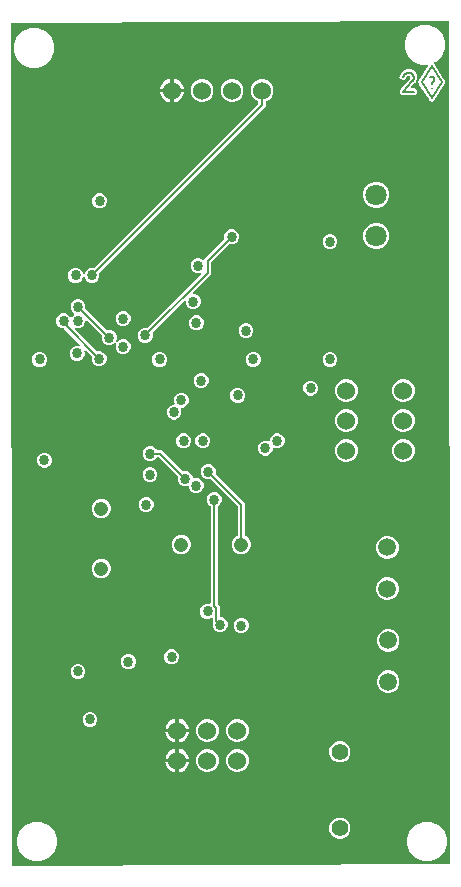
<source format=gbr>
G04 EAGLE Gerber RS-274X export*
G75*
%MOMM*%
%FSLAX66Y66*%
%LPD*%
%INEAGLE Copper Layer 2*%
%IPPOS*%
%AMOC8*
5,1,8,0,0,1.08239X$1,22.5*%
G01*
%ADD10C,0.152400*%
%ADD11C,1.524000*%
%ADD12C,1.800000*%
%ADD13C,1.508000*%
%ADD14C,1.208000*%
%ADD15C,1.408000*%
%ADD16C,0.858000*%
%ADD17C,0.203200*%

G36*
X63314756Y11733538D02*
X63314756Y11733538D01*
X63316563Y11733841D01*
X63318375Y11733641D01*
X63328647Y11735875D01*
X63339025Y11737622D01*
X63340638Y11738484D01*
X63342422Y11738872D01*
X63351444Y11744263D01*
X63360725Y11749225D01*
X63361978Y11750556D01*
X63363547Y11751494D01*
X63370384Y11759484D01*
X63377594Y11767141D01*
X63378356Y11768800D01*
X63379547Y11770191D01*
X63383484Y11779950D01*
X63387875Y11789500D01*
X63388069Y11791319D01*
X63388753Y11793013D01*
X63390613Y11809813D01*
X63321503Y82992497D01*
X63321163Y82994572D01*
X63321384Y82996653D01*
X63319175Y83006641D01*
X63317506Y83016778D01*
X63316522Y83018634D01*
X63316069Y83020681D01*
X63310781Y83029459D01*
X63305978Y83038519D01*
X63304456Y83039963D01*
X63303372Y83041763D01*
X63295547Y83048409D01*
X63288122Y83055453D01*
X63286222Y83056334D01*
X63284619Y83057697D01*
X63275081Y83061506D01*
X63265800Y83065813D01*
X63263716Y83066044D01*
X63261766Y83066822D01*
X63244959Y83068622D01*
X26303141Y82902278D01*
X26301334Y82901975D01*
X26299522Y82902175D01*
X26289250Y82899941D01*
X26278872Y82898194D01*
X26277259Y82897331D01*
X26275475Y82896944D01*
X26266453Y82891553D01*
X26257172Y82886591D01*
X26255919Y82885259D01*
X26254350Y82884322D01*
X26247513Y82876331D01*
X26240303Y82868675D01*
X26239541Y82867016D01*
X26238350Y82865625D01*
X26234413Y82855866D01*
X26230022Y82846316D01*
X26229828Y82844497D01*
X26229144Y82842803D01*
X26227284Y82826003D01*
X26296397Y11643322D01*
X26296738Y11641247D01*
X26296516Y11639166D01*
X26298725Y11629178D01*
X26300394Y11619041D01*
X26301378Y11617184D01*
X26301831Y11615138D01*
X26307119Y11606359D01*
X26311922Y11597300D01*
X26313444Y11595856D01*
X26314528Y11594056D01*
X26322353Y11587409D01*
X26329778Y11580366D01*
X26331678Y11579484D01*
X26333281Y11578122D01*
X26342819Y11574313D01*
X26352100Y11570006D01*
X26354184Y11569775D01*
X26356134Y11568997D01*
X26372941Y11567197D01*
X63314756Y11733538D01*
G37*
%LPC*%
G36*
X31573444Y60937400D02*
X31573444Y60937400D01*
X31341084Y61033647D01*
X31163247Y61211484D01*
X31067000Y61443844D01*
X31067000Y61695353D01*
X31163247Y61927713D01*
X31341084Y62105550D01*
X31573444Y62201797D01*
X31824953Y62201797D01*
X32057313Y62105550D01*
X32235150Y61927713D01*
X32318331Y61726888D01*
X32322097Y61720809D01*
X32325009Y61714259D01*
X32328550Y61710400D01*
X32331297Y61705972D01*
X32336800Y61701416D01*
X32341650Y61696131D01*
X32346231Y61693606D01*
X32350250Y61690278D01*
X32356925Y61687709D01*
X32363203Y61684250D01*
X32368350Y61683316D01*
X32373219Y61681444D01*
X32380366Y61681138D01*
X32387416Y61679859D01*
X32392588Y61680616D01*
X32397806Y61680391D01*
X32404678Y61682378D01*
X32411766Y61683413D01*
X32416428Y61685778D01*
X32421447Y61687228D01*
X32427325Y61691300D01*
X32433716Y61694541D01*
X32437384Y61698269D01*
X32441675Y61701244D01*
X32445953Y61706984D01*
X32450972Y61712088D01*
X32454425Y61718347D01*
X32456381Y61720975D01*
X32457125Y61723247D01*
X32459131Y61726888D01*
X32542316Y61927713D01*
X32720153Y62105550D01*
X32952513Y62201797D01*
X33204019Y62201797D01*
X33210288Y62199200D01*
X33221650Y62196531D01*
X33232941Y62193675D01*
X33233603Y62193725D01*
X33234244Y62193575D01*
X33245884Y62194669D01*
X33257475Y62195559D01*
X33258078Y62195816D01*
X33258747Y62195878D01*
X33269516Y62200663D01*
X33280134Y62205166D01*
X33280747Y62205656D01*
X33281234Y62205872D01*
X33282694Y62207209D01*
X33293334Y62215716D01*
X47160416Y76082800D01*
X47165713Y76090172D01*
X47171631Y76097072D01*
X47172863Y76100116D01*
X47174778Y76102781D01*
X47177456Y76111469D01*
X47180859Y76119884D01*
X47181319Y76124013D01*
X47182025Y76126300D01*
X47181941Y76129578D01*
X47182734Y76136681D01*
X47182734Y76244606D01*
X47180850Y76256128D01*
X47179169Y76267641D01*
X47178866Y76268234D01*
X47178759Y76268894D01*
X47173338Y76279141D01*
X47168041Y76289591D01*
X47167559Y76290063D01*
X47167253Y76290644D01*
X47158813Y76298666D01*
X47150494Y76306847D01*
X47149806Y76307225D01*
X47149416Y76307597D01*
X47147606Y76308438D01*
X47135694Y76315006D01*
X46940791Y76395738D01*
X46669278Y76667250D01*
X46522334Y77022000D01*
X46522334Y77405984D01*
X46669278Y77760734D01*
X46940791Y78032247D01*
X47295541Y78179191D01*
X47679525Y78179191D01*
X48034275Y78032247D01*
X48305788Y77760734D01*
X48452731Y77405984D01*
X48452731Y77022000D01*
X48305788Y76667250D01*
X48034275Y76395738D01*
X47839372Y76315006D01*
X47829488Y76308878D01*
X47819453Y76302897D01*
X47819022Y76302394D01*
X47818453Y76302041D01*
X47811016Y76293056D01*
X47803434Y76284216D01*
X47803184Y76283597D01*
X47802759Y76283084D01*
X47798534Y76272100D01*
X47794206Y76261403D01*
X47794119Y76260619D01*
X47793925Y76260116D01*
X47793841Y76258119D01*
X47792331Y76244606D01*
X47792331Y75852609D01*
X47591469Y75651747D01*
X33724384Y61784666D01*
X33717588Y61775209D01*
X33710613Y61765850D01*
X33710406Y61765219D01*
X33710022Y61764684D01*
X33706584Y61753531D01*
X33702966Y61742459D01*
X33702972Y61741803D01*
X33702775Y61741166D01*
X33703075Y61729419D01*
X33703172Y61717853D01*
X33703391Y61717100D01*
X33703403Y61716566D01*
X33704084Y61714700D01*
X33707869Y61701619D01*
X33710466Y61695350D01*
X33710466Y61443844D01*
X33614219Y61211484D01*
X33436381Y61033647D01*
X33204022Y60937400D01*
X32952513Y60937400D01*
X32720153Y61033647D01*
X32542316Y61211484D01*
X32459131Y61412309D01*
X32455366Y61418388D01*
X32452453Y61424938D01*
X32448916Y61428788D01*
X32446166Y61433228D01*
X32440647Y61437797D01*
X32435809Y61443066D01*
X32431241Y61445584D01*
X32427209Y61448922D01*
X32420522Y61451494D01*
X32414259Y61454947D01*
X32409122Y61455878D01*
X32404241Y61457756D01*
X32397081Y61458063D01*
X32390047Y61459338D01*
X32384878Y61458584D01*
X32379656Y61458806D01*
X32372784Y61456819D01*
X32365694Y61455784D01*
X32361031Y61453419D01*
X32356016Y61451969D01*
X32350128Y61447891D01*
X32343747Y61444653D01*
X32340088Y61440931D01*
X32335788Y61437953D01*
X32331506Y61432206D01*
X32326491Y61427109D01*
X32323038Y61420850D01*
X32321081Y61418222D01*
X32320338Y61415950D01*
X32318331Y61412309D01*
X32235150Y61211484D01*
X32057313Y61033647D01*
X31824953Y60937400D01*
X31573444Y60937400D01*
G37*
%LPD*%
%LPC*%
G36*
X61869794Y76283197D02*
X61869794Y76283197D01*
X61861450Y76283688D01*
X61853209Y76285047D01*
X61848009Y76284475D01*
X61845228Y76284638D01*
X61842328Y76283850D01*
X61836413Y76283197D01*
X61801381Y76275331D01*
X61755759Y76304228D01*
X61751478Y76306050D01*
X61747653Y76308697D01*
X61735078Y76313031D01*
X61733116Y76313866D01*
X61732519Y76313913D01*
X61731675Y76314203D01*
X61678981Y76326031D01*
X61659775Y76356359D01*
X61654225Y76362606D01*
X61649356Y76369397D01*
X61645288Y76372656D01*
X61643425Y76374753D01*
X61640797Y76376256D01*
X61636169Y76379966D01*
X61605841Y76399172D01*
X61594013Y76451866D01*
X61592275Y76456181D01*
X61591441Y76460756D01*
X61585609Y76472725D01*
X61584816Y76474694D01*
X61584428Y76475144D01*
X61584038Y76475950D01*
X60801825Y77711028D01*
X60796269Y77717278D01*
X60791406Y77724063D01*
X60787338Y77727325D01*
X60785475Y77729419D01*
X60782856Y77730916D01*
X60778219Y77734634D01*
X60747884Y77753844D01*
X60736056Y77806541D01*
X60734319Y77810853D01*
X60733484Y77815428D01*
X60727653Y77827397D01*
X60726859Y77829366D01*
X60726472Y77829816D01*
X60726081Y77830622D01*
X60697188Y77876241D01*
X60705053Y77911272D01*
X60705541Y77919606D01*
X60706903Y77927856D01*
X60706331Y77933056D01*
X60706494Y77935838D01*
X60705706Y77938738D01*
X60705053Y77944653D01*
X60697188Y77979681D01*
X60726081Y78025300D01*
X60727900Y78029572D01*
X60730550Y78033403D01*
X60734891Y78045994D01*
X60735719Y78047944D01*
X60735766Y78048538D01*
X60736056Y78049381D01*
X60747884Y78102078D01*
X60778219Y78121288D01*
X60784466Y78126841D01*
X60791256Y78131709D01*
X60794525Y78135788D01*
X60796609Y78137641D01*
X60798103Y78140250D01*
X60801825Y78144894D01*
X61531147Y79296459D01*
X61535472Y79306622D01*
X61540144Y79316663D01*
X61540284Y79317931D01*
X61540784Y79319103D01*
X61541650Y79330156D01*
X61542872Y79341122D01*
X61542603Y79342363D01*
X61542703Y79343638D01*
X61540006Y79354356D01*
X61537666Y79365172D01*
X61537009Y79366272D01*
X61536700Y79367503D01*
X61530734Y79376794D01*
X61525063Y79386309D01*
X61524097Y79387138D01*
X61523406Y79388213D01*
X61514784Y79395122D01*
X61506381Y79402328D01*
X61505197Y79402806D01*
X61504203Y79403603D01*
X61493841Y79407403D01*
X61483569Y79411556D01*
X61482038Y79411728D01*
X61481097Y79412072D01*
X61478266Y79412147D01*
X61466772Y79413431D01*
X60938941Y79413431D01*
X60322131Y79668922D01*
X59850050Y80141003D01*
X59594559Y80757813D01*
X59594559Y81425447D01*
X59850050Y82042256D01*
X60322131Y82514338D01*
X60938941Y82769828D01*
X61606575Y82769828D01*
X62223384Y82514338D01*
X62695466Y82042256D01*
X62950956Y81425447D01*
X62950956Y80757813D01*
X62695466Y80141003D01*
X62223384Y79668922D01*
X62082141Y79610419D01*
X62081622Y79610097D01*
X62081025Y79609947D01*
X62071116Y79603584D01*
X62061225Y79597453D01*
X62060838Y79596984D01*
X62060316Y79596650D01*
X62052994Y79587513D01*
X62045528Y79578500D01*
X62045306Y79577922D01*
X62044925Y79577447D01*
X62040916Y79566503D01*
X62036697Y79555531D01*
X62036672Y79554916D01*
X62036459Y79554341D01*
X62036144Y79542613D01*
X62035644Y79530944D01*
X62035813Y79530356D01*
X62035797Y79529741D01*
X62039244Y79518491D01*
X62042481Y79507303D01*
X62042828Y79506800D01*
X62043009Y79506213D01*
X62049850Y79496669D01*
X62056497Y79487075D01*
X62056988Y79486709D01*
X62057344Y79486213D01*
X62070531Y79475641D01*
X62100372Y79456744D01*
X62112197Y79404056D01*
X62113934Y79399741D01*
X62114769Y79395166D01*
X62120600Y79383197D01*
X62121394Y79381228D01*
X62121781Y79380778D01*
X62122172Y79379972D01*
X62904391Y78144894D01*
X62909950Y78138641D01*
X62914809Y78131859D01*
X62918875Y78128600D01*
X62920741Y78126503D01*
X62923369Y78125000D01*
X62927997Y78121291D01*
X62958325Y78102084D01*
X62970153Y78049391D01*
X62971891Y78045078D01*
X62972725Y78040497D01*
X62978559Y78028525D01*
X62979350Y78026563D01*
X62979734Y78026113D01*
X62980128Y78025306D01*
X63009025Y77979684D01*
X63001159Y77944650D01*
X63000669Y77936306D01*
X62999309Y77928066D01*
X62999881Y77922866D01*
X62999719Y77920084D01*
X63000506Y77917184D01*
X63001159Y77911269D01*
X63009025Y77876238D01*
X62980128Y77830616D01*
X62978306Y77826334D01*
X62975659Y77822509D01*
X62971325Y77809934D01*
X62970491Y77807972D01*
X62970444Y77807375D01*
X62970153Y77806531D01*
X62958325Y77753838D01*
X62927997Y77734631D01*
X62921756Y77729084D01*
X62914959Y77724213D01*
X62911697Y77720141D01*
X62909603Y77718281D01*
X62908103Y77715659D01*
X62904391Y77711028D01*
X62122172Y76475950D01*
X62120350Y76471669D01*
X62117703Y76467844D01*
X62113369Y76455269D01*
X62112534Y76453306D01*
X62112488Y76452709D01*
X62112197Y76451866D01*
X62100369Y76399172D01*
X62070041Y76379966D01*
X62063794Y76374416D01*
X62057003Y76369547D01*
X62053744Y76365478D01*
X62051647Y76363616D01*
X62050144Y76360988D01*
X62046434Y76356359D01*
X62027228Y76326031D01*
X61974531Y76314203D01*
X61970219Y76312466D01*
X61965638Y76311631D01*
X61953666Y76305797D01*
X61951703Y76305006D01*
X61951253Y76304622D01*
X61950447Y76304228D01*
X61904825Y76275331D01*
X61869794Y76283197D01*
G37*
%LPD*%
%LPC*%
G36*
X33571559Y53859284D02*
X33571559Y53859284D01*
X33339200Y53955531D01*
X33161363Y54133369D01*
X33065116Y54365728D01*
X33065116Y54617234D01*
X33067713Y54623503D01*
X33070381Y54634866D01*
X33073238Y54646156D01*
X33073188Y54646819D01*
X33073338Y54647459D01*
X33072244Y54659100D01*
X33071353Y54670691D01*
X33071097Y54671294D01*
X33071034Y54671963D01*
X33066250Y54682731D01*
X33061747Y54693350D01*
X33061256Y54693963D01*
X33061041Y54694450D01*
X33059703Y54695909D01*
X33051197Y54706550D01*
X32566303Y55191444D01*
X32558406Y55197119D01*
X32550900Y55203334D01*
X32548450Y55204278D01*
X32546322Y55205806D01*
X32537028Y55208672D01*
X32527931Y55212169D01*
X32525309Y55212281D01*
X32522803Y55213053D01*
X32513053Y55212803D01*
X32503344Y55213219D01*
X32500831Y55212491D01*
X32498203Y55212425D01*
X32489053Y55209084D01*
X32479703Y55206381D01*
X32477544Y55204884D01*
X32475084Y55203988D01*
X32467478Y55197909D01*
X32459478Y55192366D01*
X32457916Y55190266D01*
X32455859Y55188625D01*
X32450578Y55180425D01*
X32444772Y55172631D01*
X32443956Y55170138D01*
X32442538Y55167934D01*
X32440153Y55158509D01*
X32437122Y55149244D01*
X32437144Y55146619D01*
X32436500Y55144075D01*
X32437247Y55134353D01*
X32437328Y55124634D01*
X32438234Y55121503D01*
X32438384Y55119541D01*
X32439694Y55116450D01*
X32442022Y55108400D01*
X32454625Y55077975D01*
X32454625Y54826472D01*
X32358378Y54594113D01*
X32180541Y54416275D01*
X31948181Y54320028D01*
X31696672Y54320028D01*
X31464313Y54416275D01*
X31286475Y54594113D01*
X31190228Y54826472D01*
X31190228Y55077981D01*
X31286475Y55310341D01*
X31464313Y55488178D01*
X31696672Y55584425D01*
X31948175Y55584425D01*
X31978600Y55571822D01*
X31988081Y55569597D01*
X31997381Y55566731D01*
X32000006Y55566797D01*
X32002556Y55566200D01*
X32012228Y55567109D01*
X32021981Y55567359D01*
X32024450Y55568259D01*
X32027059Y55568506D01*
X32035950Y55572459D01*
X32045100Y55575797D01*
X32047150Y55577434D01*
X32049547Y55578500D01*
X32056709Y55585075D01*
X32064325Y55591159D01*
X32065747Y55593369D01*
X32067678Y55595141D01*
X32072384Y55603675D01*
X32077647Y55611850D01*
X32078288Y55614384D01*
X32079559Y55616691D01*
X32081297Y55626278D01*
X32083684Y55635709D01*
X32083484Y55638328D01*
X32083950Y55640903D01*
X32082547Y55650522D01*
X32081800Y55660244D01*
X32080775Y55662659D01*
X32080397Y55665256D01*
X32075994Y55673944D01*
X32072194Y55682903D01*
X32070156Y55685453D01*
X32069269Y55687203D01*
X32066875Y55689559D01*
X32061644Y55696103D01*
X30703466Y57054281D01*
X30696094Y57059578D01*
X30689194Y57065497D01*
X30686150Y57066728D01*
X30683484Y57068644D01*
X30674797Y57071322D01*
X30666381Y57074725D01*
X30662253Y57075184D01*
X30659966Y57075891D01*
X30656688Y57075806D01*
X30649584Y57076600D01*
X30557444Y57076600D01*
X30325084Y57172847D01*
X30147247Y57350684D01*
X30051000Y57583044D01*
X30051000Y57834553D01*
X30147247Y58066913D01*
X30325084Y58244750D01*
X30557444Y58340997D01*
X30808953Y58340997D01*
X31041313Y58244750D01*
X31219147Y58066916D01*
X31222394Y58059075D01*
X31226169Y58052984D01*
X31229078Y58046438D01*
X31232606Y58042594D01*
X31235356Y58038156D01*
X31240878Y58033584D01*
X31245719Y58028309D01*
X31250288Y58025791D01*
X31254309Y58022459D01*
X31260997Y58019884D01*
X31267269Y58016428D01*
X31272400Y58015497D01*
X31277275Y58013622D01*
X31284444Y58013313D01*
X31291484Y58012038D01*
X31296641Y58012791D01*
X31301863Y58012566D01*
X31308750Y58014556D01*
X31315834Y58015591D01*
X31320484Y58017950D01*
X31325503Y58019400D01*
X31331403Y58023488D01*
X31337781Y58026722D01*
X31341434Y58030438D01*
X31345731Y58033413D01*
X31350016Y58039163D01*
X31355038Y58044266D01*
X31358488Y58050525D01*
X31360441Y58053144D01*
X31361184Y58055413D01*
X31363197Y58059066D01*
X31366447Y58066913D01*
X31544284Y58244750D01*
X31552131Y58248000D01*
X31558219Y58251772D01*
X31564766Y58254684D01*
X31568616Y58258219D01*
X31573047Y58260966D01*
X31577613Y58266478D01*
X31582894Y58271328D01*
X31585416Y58275900D01*
X31588741Y58279919D01*
X31591309Y58286600D01*
X31594772Y58292881D01*
X31595703Y58298022D01*
X31597575Y58302888D01*
X31597881Y58310044D01*
X31599159Y58317097D01*
X31598406Y58322263D01*
X31598628Y58327475D01*
X31596641Y58334350D01*
X31595603Y58341447D01*
X31593238Y58346109D01*
X31591791Y58351116D01*
X31587716Y58356997D01*
X31584472Y58363394D01*
X31580750Y58367053D01*
X31577778Y58371344D01*
X31572034Y58375625D01*
X31566925Y58380647D01*
X31560653Y58384103D01*
X31558044Y58386047D01*
X31555778Y58386788D01*
X31552122Y58388803D01*
X31544281Y58392050D01*
X31366447Y58569884D01*
X31270200Y58802244D01*
X31270200Y59053753D01*
X31366447Y59286113D01*
X31544284Y59463950D01*
X31776644Y59560197D01*
X32028153Y59560197D01*
X32260513Y59463950D01*
X32438350Y59286113D01*
X32534597Y59053753D01*
X32534597Y58802247D01*
X32532000Y58795978D01*
X32529331Y58784616D01*
X32526475Y58773325D01*
X32526525Y58772663D01*
X32526375Y58772022D01*
X32527469Y58760381D01*
X32528359Y58748791D01*
X32528616Y58748188D01*
X32528678Y58747519D01*
X32533463Y58736750D01*
X32537966Y58726131D01*
X32538456Y58725519D01*
X32538672Y58725031D01*
X32540009Y58723572D01*
X32548516Y58712931D01*
X34328931Y56932516D01*
X34338388Y56925719D01*
X34347747Y56918744D01*
X34348378Y56918538D01*
X34348913Y56918153D01*
X34360066Y56914716D01*
X34371138Y56911097D01*
X34371794Y56911103D01*
X34372431Y56910906D01*
X34384178Y56911206D01*
X34395744Y56911303D01*
X34396497Y56911522D01*
X34397031Y56911534D01*
X34398897Y56912216D01*
X34411978Y56916000D01*
X34418247Y56918597D01*
X34669753Y56918597D01*
X34902113Y56822350D01*
X35079950Y56644513D01*
X35176197Y56412153D01*
X35176197Y56160647D01*
X35124544Y56035950D01*
X35122319Y56026469D01*
X35119453Y56017169D01*
X35119519Y56014541D01*
X35118922Y56011991D01*
X35119831Y56002319D01*
X35120081Y55992566D01*
X35120984Y55990097D01*
X35121228Y55987491D01*
X35125178Y55978603D01*
X35128519Y55969450D01*
X35130156Y55967400D01*
X35131222Y55965003D01*
X35137813Y55957822D01*
X35143884Y55950225D01*
X35146088Y55948806D01*
X35147863Y55946872D01*
X35156388Y55942172D01*
X35164572Y55936900D01*
X35167116Y55936256D01*
X35169413Y55934991D01*
X35178981Y55933256D01*
X35188431Y55930866D01*
X35191053Y55931066D01*
X35193628Y55930600D01*
X35203244Y55932003D01*
X35212969Y55932750D01*
X35215384Y55933775D01*
X35217978Y55934153D01*
X35226666Y55938556D01*
X35235625Y55942356D01*
X35238169Y55944391D01*
X35239928Y55945281D01*
X35242294Y55947684D01*
X35248825Y55952906D01*
X35367644Y56071728D01*
X35600003Y56167975D01*
X35851513Y56167975D01*
X36083872Y56071728D01*
X36261709Y55893891D01*
X36357956Y55661531D01*
X36357956Y55410022D01*
X36261709Y55177663D01*
X36083872Y54999825D01*
X35851513Y54903578D01*
X35600003Y54903578D01*
X35367644Y54999825D01*
X35189806Y55177663D01*
X35093559Y55410022D01*
X35093559Y55661528D01*
X35145213Y55786225D01*
X35147438Y55795706D01*
X35150303Y55805006D01*
X35150238Y55807634D01*
X35150834Y55810184D01*
X35149925Y55819856D01*
X35149675Y55829609D01*
X35148772Y55832078D01*
X35148528Y55834684D01*
X35144578Y55843572D01*
X35141238Y55852725D01*
X35139600Y55854775D01*
X35138534Y55857172D01*
X35131944Y55864353D01*
X35125872Y55871950D01*
X35123669Y55873369D01*
X35121894Y55875303D01*
X35113369Y55880003D01*
X35105184Y55885275D01*
X35102641Y55885919D01*
X35100344Y55887184D01*
X35090775Y55888919D01*
X35081325Y55891309D01*
X35078703Y55891109D01*
X35076128Y55891575D01*
X35066513Y55890172D01*
X35056788Y55889425D01*
X35054372Y55888400D01*
X35051778Y55888022D01*
X35043091Y55883619D01*
X35034131Y55879819D01*
X35031588Y55877784D01*
X35029828Y55876894D01*
X35027463Y55874491D01*
X35020931Y55869269D01*
X34902113Y55750447D01*
X34669753Y55654200D01*
X34418244Y55654200D01*
X34185884Y55750447D01*
X34008047Y55928284D01*
X33911800Y56160644D01*
X33911800Y56412150D01*
X33914397Y56418419D01*
X33917066Y56429781D01*
X33919922Y56441072D01*
X33919872Y56441734D01*
X33920022Y56442375D01*
X33918928Y56454016D01*
X33918038Y56465606D01*
X33917781Y56466209D01*
X33917719Y56466878D01*
X33913703Y56475916D01*
X33913481Y56476938D01*
X33912625Y56478375D01*
X33908431Y56488266D01*
X33907941Y56488878D01*
X33907725Y56489366D01*
X33906388Y56490825D01*
X33901722Y56496663D01*
X33900878Y56498075D01*
X33899966Y56498856D01*
X33897881Y56501466D01*
X32664678Y57734669D01*
X32658869Y57738844D01*
X32653678Y57743778D01*
X32648934Y57745984D01*
X32644697Y57749031D01*
X32637859Y57751138D01*
X32631366Y57754159D01*
X32626175Y57754738D01*
X32621178Y57756278D01*
X32614009Y57756094D01*
X32606906Y57756888D01*
X32601806Y57755784D01*
X32596578Y57755650D01*
X32589856Y57753197D01*
X32582856Y57751681D01*
X32578363Y57749003D01*
X32573459Y57747213D01*
X32567869Y57742744D01*
X32561719Y57739078D01*
X32558322Y57735116D01*
X32554234Y57731850D01*
X32550356Y57725828D01*
X32545700Y57720397D01*
X32543741Y57715550D01*
X32540913Y57711159D01*
X32539156Y57704222D01*
X32536472Y57697584D01*
X32535678Y57690475D01*
X32534875Y57687300D01*
X32535059Y57684919D01*
X32534597Y57680788D01*
X32534597Y57583044D01*
X32438350Y57350684D01*
X32260513Y57172847D01*
X32028153Y57076600D01*
X31776647Y57076600D01*
X31732131Y57095041D01*
X31722653Y57097266D01*
X31713350Y57100131D01*
X31710722Y57100066D01*
X31708172Y57100663D01*
X31698500Y57099753D01*
X31688750Y57099503D01*
X31686281Y57098603D01*
X31683672Y57098356D01*
X31674781Y57094403D01*
X31665631Y57091066D01*
X31663581Y57089428D01*
X31661184Y57088363D01*
X31654022Y57081788D01*
X31646406Y57075703D01*
X31644984Y57073494D01*
X31643053Y57071722D01*
X31638347Y57063188D01*
X31633084Y57055013D01*
X31632444Y57052478D01*
X31631172Y57050172D01*
X31629434Y57040588D01*
X31627047Y57031153D01*
X31627247Y57028531D01*
X31626781Y57025956D01*
X31628184Y57016338D01*
X31628931Y57006619D01*
X31629956Y57004203D01*
X31630334Y57001606D01*
X31634738Y56992919D01*
X31638538Y56983959D01*
X31640575Y56981409D01*
X31641463Y56979659D01*
X31643856Y56977303D01*
X31649088Y56970759D01*
X33482247Y55137600D01*
X33491703Y55130803D01*
X33501063Y55123828D01*
X33501694Y55123622D01*
X33502228Y55123238D01*
X33513381Y55119800D01*
X33524453Y55116181D01*
X33525109Y55116188D01*
X33525747Y55115991D01*
X33537494Y55116291D01*
X33549059Y55116388D01*
X33549813Y55116606D01*
X33550347Y55116619D01*
X33552213Y55117300D01*
X33565294Y55121084D01*
X33571563Y55123681D01*
X33823069Y55123681D01*
X34055428Y55027434D01*
X34233266Y54849597D01*
X34329513Y54617238D01*
X34329513Y54365728D01*
X34233266Y54133369D01*
X34055428Y53955531D01*
X33823069Y53859284D01*
X33571559Y53859284D01*
G37*
%LPD*%
%LPC*%
G36*
X37466244Y55857400D02*
X37466244Y55857400D01*
X37233884Y55953647D01*
X37056047Y56131484D01*
X36959800Y56363844D01*
X36959800Y56615353D01*
X37056047Y56847713D01*
X37233884Y57025550D01*
X37466244Y57121797D01*
X37717750Y57121797D01*
X37724019Y57119200D01*
X37735381Y57116531D01*
X37746672Y57113675D01*
X37747334Y57113725D01*
X37747975Y57113575D01*
X37759616Y57114669D01*
X37771206Y57115559D01*
X37771809Y57115816D01*
X37772478Y57115878D01*
X37783247Y57120663D01*
X37793866Y57125166D01*
X37794478Y57125656D01*
X37794966Y57125872D01*
X37796425Y57127209D01*
X37807066Y57135716D01*
X42315706Y61644359D01*
X42321400Y61652281D01*
X42327597Y61659766D01*
X42328538Y61662209D01*
X42330069Y61664341D01*
X42332938Y61673650D01*
X42336431Y61682734D01*
X42336544Y61685353D01*
X42337316Y61687859D01*
X42337066Y61697613D01*
X42337481Y61707319D01*
X42336753Y61709831D01*
X42336688Y61712459D01*
X42333347Y61721609D01*
X42330644Y61730959D01*
X42329147Y61733119D01*
X42328250Y61735578D01*
X42322169Y61743191D01*
X42316625Y61751188D01*
X42314528Y61752750D01*
X42312888Y61754803D01*
X42304691Y61760081D01*
X42296894Y61765891D01*
X42294400Y61766706D01*
X42292197Y61768125D01*
X42282763Y61770513D01*
X42273503Y61773541D01*
X42270881Y61773519D01*
X42268338Y61774163D01*
X42258616Y61773416D01*
X42248897Y61773334D01*
X42245766Y61772428D01*
X42243803Y61772278D01*
X42240713Y61770969D01*
X42232663Y61768641D01*
X42188147Y61750200D01*
X41936644Y61750200D01*
X41704284Y61846447D01*
X41526447Y62024284D01*
X41430200Y62256644D01*
X41430200Y62508153D01*
X41526447Y62740513D01*
X41704284Y62918350D01*
X41936644Y63014597D01*
X42188153Y63014597D01*
X42420509Y62918350D01*
X42443219Y62895641D01*
X42444809Y62894497D01*
X42446041Y62892956D01*
X42454772Y62887334D01*
X42463200Y62881275D01*
X42465084Y62880694D01*
X42466731Y62879634D01*
X42476763Y62877097D01*
X42486719Y62874028D01*
X42488688Y62874078D01*
X42490591Y62873597D01*
X42500931Y62874391D01*
X42511319Y62874656D01*
X42513169Y62875331D01*
X42515125Y62875481D01*
X42524659Y62879522D01*
X42534438Y62883091D01*
X42535978Y62884322D01*
X42537784Y62885088D01*
X42550984Y62895638D01*
X42771263Y63115916D01*
X44261081Y64605731D01*
X44267878Y64615188D01*
X44274853Y64624547D01*
X44275059Y64625178D01*
X44275444Y64625713D01*
X44278881Y64636866D01*
X44282500Y64647938D01*
X44282494Y64648594D01*
X44282691Y64649231D01*
X44282391Y64660978D01*
X44282294Y64672544D01*
X44282075Y64673297D01*
X44282063Y64673831D01*
X44281381Y64675697D01*
X44277597Y64688778D01*
X44275000Y64695047D01*
X44275000Y64946553D01*
X44371247Y65178913D01*
X44549084Y65356750D01*
X44781444Y65452997D01*
X45032953Y65452997D01*
X45265313Y65356750D01*
X45443150Y65178913D01*
X45539397Y64946553D01*
X45539397Y64695044D01*
X45443150Y64462684D01*
X45265313Y64284847D01*
X45032953Y64188600D01*
X44781447Y64188600D01*
X44775178Y64191197D01*
X44763816Y64193866D01*
X44752525Y64196722D01*
X44751863Y64196672D01*
X44751222Y64196822D01*
X44739581Y64195728D01*
X44727991Y64194838D01*
X44727388Y64194581D01*
X44726719Y64194519D01*
X44715950Y64189734D01*
X44705331Y64185231D01*
X44704719Y64184741D01*
X44704231Y64184525D01*
X44702772Y64183188D01*
X44692131Y64174681D01*
X43202316Y62684863D01*
X43197019Y62677491D01*
X43191100Y62670591D01*
X43189869Y62667547D01*
X43187953Y62664881D01*
X43185275Y62656194D01*
X43181872Y62647778D01*
X43181413Y62643650D01*
X43180706Y62641363D01*
X43180791Y62638084D01*
X43179997Y62630981D01*
X43179997Y61646544D01*
X41630128Y60096678D01*
X41625953Y60090869D01*
X41621019Y60085678D01*
X41618813Y60080934D01*
X41615766Y60076697D01*
X41613659Y60069859D01*
X41610638Y60063366D01*
X41610059Y60058175D01*
X41608519Y60053178D01*
X41608703Y60046009D01*
X41607909Y60038906D01*
X41609013Y60033806D01*
X41609147Y60028578D01*
X41611600Y60021856D01*
X41613116Y60014856D01*
X41615794Y60010363D01*
X41617584Y60005459D01*
X41622053Y59999869D01*
X41625719Y59993719D01*
X41629681Y59990322D01*
X41632947Y59986234D01*
X41638969Y59982356D01*
X41644400Y59977700D01*
X41649247Y59975741D01*
X41653638Y59972913D01*
X41660575Y59971156D01*
X41667213Y59968472D01*
X41674322Y59967678D01*
X41677497Y59966875D01*
X41679878Y59967059D01*
X41684009Y59966597D01*
X41781753Y59966597D01*
X42014113Y59870350D01*
X42191950Y59692513D01*
X42288197Y59460153D01*
X42288197Y59208644D01*
X42191950Y58976284D01*
X42014113Y58798447D01*
X41781753Y58702200D01*
X41530244Y58702200D01*
X41297884Y58798447D01*
X41120047Y58976284D01*
X41023800Y59208644D01*
X41023800Y59306388D01*
X41022647Y59313441D01*
X41022463Y59320606D01*
X41020669Y59325522D01*
X41019825Y59330675D01*
X41016481Y59336997D01*
X41014025Y59343725D01*
X41010759Y59347813D01*
X41008319Y59352425D01*
X41003141Y59357347D01*
X40998663Y59362950D01*
X40994266Y59365781D01*
X40990481Y59369378D01*
X40983984Y59372400D01*
X40977972Y59376272D01*
X40972913Y59377553D01*
X40968169Y59379759D01*
X40961053Y59380553D01*
X40954113Y59382309D01*
X40948897Y59381909D01*
X40943709Y59382488D01*
X40936713Y59380972D01*
X40929578Y59380425D01*
X40924775Y59378388D01*
X40919659Y59377281D01*
X40913500Y59373609D01*
X40906919Y59370819D01*
X40901331Y59366353D01*
X40898522Y59364678D01*
X40896969Y59362866D01*
X40893719Y59360269D01*
X38238116Y56704666D01*
X38231319Y56695209D01*
X38224344Y56685850D01*
X38224138Y56685219D01*
X38223753Y56684684D01*
X38220316Y56673531D01*
X38216697Y56662459D01*
X38216703Y56661803D01*
X38216506Y56661166D01*
X38216806Y56649419D01*
X38216903Y56637853D01*
X38217122Y56637100D01*
X38217134Y56636566D01*
X38217816Y56634700D01*
X38221600Y56621619D01*
X38224197Y56615350D01*
X38224197Y56363844D01*
X38127950Y56131484D01*
X37950113Y55953647D01*
X37717753Y55857400D01*
X37466244Y55857400D01*
G37*
%LPD*%
%LPC*%
G36*
X43811850Y31368600D02*
X43811850Y31368600D01*
X43579491Y31464847D01*
X43401653Y31642684D01*
X43305406Y31875044D01*
X43305406Y32126550D01*
X43308003Y32132819D01*
X43310669Y32144169D01*
X43313528Y32155481D01*
X43313478Y32156134D01*
X43313628Y32156775D01*
X43312528Y32168463D01*
X43311641Y32180019D01*
X43311388Y32180616D01*
X43311325Y32181278D01*
X43306534Y32192056D01*
X43304200Y32197563D01*
X43304200Y32500969D01*
X43303463Y32505481D01*
X43303656Y32510044D01*
X43301488Y32517541D01*
X43300225Y32525256D01*
X43298088Y32529297D01*
X43296819Y32533684D01*
X43292369Y32540106D01*
X43288719Y32547006D01*
X43285409Y32550153D01*
X43282803Y32553913D01*
X43276544Y32558578D01*
X43270881Y32563959D01*
X43266734Y32565888D01*
X43263072Y32568619D01*
X43255650Y32571047D01*
X43248569Y32574341D01*
X43244028Y32574847D01*
X43239681Y32576269D01*
X43231859Y32576203D01*
X43224109Y32577069D01*
X43219650Y32576103D01*
X43215075Y32576066D01*
X43201997Y32572281D01*
X43200059Y32571863D01*
X43199600Y32571588D01*
X43198841Y32571369D01*
X43000953Y32489400D01*
X42749444Y32489400D01*
X42517084Y32585647D01*
X42339247Y32763484D01*
X42243000Y32995844D01*
X42243000Y33247353D01*
X42339247Y33479713D01*
X42517084Y33657550D01*
X42749444Y33753797D01*
X43000950Y33753797D01*
X43019491Y33746116D01*
X43023938Y33745072D01*
X43028088Y33743141D01*
X43035847Y33742275D01*
X43043447Y33740491D01*
X43048006Y33740919D01*
X43052547Y33740413D01*
X43060169Y33742063D01*
X43067950Y33742794D01*
X43072131Y33744653D01*
X43076597Y33745619D01*
X43083300Y33749616D01*
X43090438Y33752788D01*
X43093806Y33755881D01*
X43097734Y33758222D01*
X43102816Y33764150D01*
X43108569Y33769428D01*
X43110775Y33773431D01*
X43113753Y33776903D01*
X43116681Y33784144D01*
X43120450Y33790978D01*
X43121241Y33795334D01*
X43122028Y33797028D01*
X43122078Y33797484D01*
X43122981Y33799716D01*
X43124494Y33813256D01*
X43124844Y33815191D01*
X43124769Y33815716D01*
X43124856Y33816513D01*
X43124856Y41974125D01*
X43124747Y41974797D01*
X43124756Y41974888D01*
X43124653Y41975356D01*
X43122969Y41985663D01*
X43121288Y41997169D01*
X43120988Y41997759D01*
X43120881Y41998413D01*
X43115441Y42008700D01*
X43110156Y42019116D01*
X43109681Y42019581D01*
X43109375Y42020163D01*
X43100938Y42028181D01*
X43092609Y42036372D01*
X43091922Y42036750D01*
X43091538Y42037116D01*
X43089753Y42037944D01*
X43077809Y42044528D01*
X43071538Y42047125D01*
X42893703Y42224959D01*
X42797456Y42457319D01*
X42797456Y42708828D01*
X42893703Y42941188D01*
X43071541Y43119025D01*
X43303900Y43215272D01*
X43555409Y43215272D01*
X43787769Y43119025D01*
X43965606Y42941188D01*
X44061853Y42708828D01*
X44061853Y42457319D01*
X43965606Y42224959D01*
X43787772Y42047125D01*
X43781500Y42044528D01*
X43771578Y42038381D01*
X43761575Y42032416D01*
X43761147Y42031916D01*
X43760581Y42031566D01*
X43753131Y42022569D01*
X43745556Y42013734D01*
X43745306Y42013119D01*
X43744888Y42012613D01*
X43740703Y42001734D01*
X43736328Y41990922D01*
X43736241Y41990141D01*
X43736050Y41989644D01*
X43735966Y41987672D01*
X43734453Y41974125D01*
X43734453Y33762709D01*
X43735919Y33753750D01*
X43736616Y33744688D01*
X43737897Y33741663D01*
X43738428Y33738422D01*
X43742675Y33730394D01*
X43746222Y33722028D01*
X43748822Y33718775D01*
X43749934Y33716672D01*
X43752300Y33714425D01*
X43756772Y33708828D01*
X43913797Y33551803D01*
X43913797Y32709197D01*
X43914116Y32707256D01*
X43913897Y32705306D01*
X43916097Y32695144D01*
X43917772Y32684909D01*
X43918688Y32683181D01*
X43919103Y32681256D01*
X43924438Y32672309D01*
X43929278Y32663159D01*
X43930697Y32661809D01*
X43931706Y32660119D01*
X43939591Y32653356D01*
X43947116Y32646206D01*
X43948900Y32645378D01*
X43950388Y32644100D01*
X43960000Y32640213D01*
X43969428Y32635825D01*
X43971381Y32635606D01*
X43973200Y32634872D01*
X43989997Y32632997D01*
X44063359Y32632997D01*
X44295719Y32536750D01*
X44473556Y32358913D01*
X44569803Y32126553D01*
X44569803Y31875044D01*
X44473556Y31642684D01*
X44295719Y31464847D01*
X44063359Y31368600D01*
X43811850Y31368600D01*
G37*
%LPD*%
%LPC*%
G36*
X61108259Y11953166D02*
X61108259Y11953166D01*
X60491450Y12208656D01*
X60019369Y12680738D01*
X59763878Y13297547D01*
X59763878Y13965181D01*
X60019369Y14581991D01*
X60491450Y15054072D01*
X61108259Y15309563D01*
X61775894Y15309563D01*
X62392703Y15054072D01*
X62864784Y14581991D01*
X63120275Y13965181D01*
X63120275Y13297547D01*
X62864784Y12680738D01*
X62392703Y12208656D01*
X61775894Y11953166D01*
X61108259Y11953166D01*
G37*
%LPD*%
%LPC*%
G36*
X28103366Y11953169D02*
X28103366Y11953169D01*
X27486556Y12208659D01*
X27014475Y12680741D01*
X26758984Y13297550D01*
X26758984Y13965184D01*
X27014475Y14581994D01*
X27486556Y15054075D01*
X28103366Y15309566D01*
X28771000Y15309566D01*
X29387809Y15054075D01*
X29859891Y14581994D01*
X30115381Y13965184D01*
X30115381Y13297550D01*
X29859891Y12680741D01*
X29387809Y12208659D01*
X28771000Y11953169D01*
X28103366Y11953169D01*
G37*
%LPD*%
%LPC*%
G36*
X27849391Y79159459D02*
X27849391Y79159459D01*
X27232581Y79414950D01*
X26760500Y79887031D01*
X26505009Y80503841D01*
X26505009Y81171475D01*
X26760500Y81788284D01*
X27232581Y82260366D01*
X27849391Y82515856D01*
X28517025Y82515856D01*
X29133834Y82260366D01*
X29605916Y81788284D01*
X29861406Y81171475D01*
X29861406Y80503841D01*
X29605916Y79887031D01*
X29133834Y79414950D01*
X28517025Y79159459D01*
X27849391Y79159459D01*
G37*
%LPD*%
%LPC*%
G36*
X45559434Y37969941D02*
X45559434Y37969941D01*
X45262756Y38092831D01*
X45035691Y38319897D01*
X44912800Y38616575D01*
X44912800Y38937703D01*
X45035691Y39234381D01*
X45262756Y39461447D01*
X45368159Y39505106D01*
X45378044Y39511234D01*
X45388078Y39517216D01*
X45388509Y39517719D01*
X45389078Y39518072D01*
X45396516Y39527056D01*
X45404097Y39535897D01*
X45404347Y39536516D01*
X45404772Y39537028D01*
X45408975Y39547956D01*
X45413325Y39558709D01*
X45413413Y39559494D01*
X45413606Y39559997D01*
X45413691Y39561994D01*
X45415200Y39575506D01*
X45415200Y41997391D01*
X45413734Y42006350D01*
X45413038Y42015413D01*
X45411756Y42018438D01*
X45411225Y42021678D01*
X45406988Y42029688D01*
X45403434Y42038072D01*
X45400828Y42041334D01*
X45399719Y42043428D01*
X45397359Y42045672D01*
X45392881Y42051272D01*
X43136772Y44307384D01*
X43127316Y44314181D01*
X43117956Y44321156D01*
X43117325Y44321363D01*
X43116791Y44321747D01*
X43105638Y44325184D01*
X43094566Y44328803D01*
X43093909Y44328797D01*
X43093272Y44328994D01*
X43081525Y44328694D01*
X43069959Y44328597D01*
X43069206Y44328378D01*
X43068672Y44328366D01*
X43066806Y44327684D01*
X43053725Y44323900D01*
X43047456Y44321303D01*
X42795950Y44321303D01*
X42563591Y44417550D01*
X42385753Y44595388D01*
X42289506Y44827747D01*
X42289506Y45079256D01*
X42385753Y45311616D01*
X42563591Y45489453D01*
X42795950Y45585700D01*
X43047459Y45585700D01*
X43279819Y45489453D01*
X43457656Y45311616D01*
X43553903Y45079256D01*
X43553903Y44827750D01*
X43551306Y44821481D01*
X43548638Y44810119D01*
X43545781Y44798828D01*
X43545831Y44798166D01*
X43545681Y44797525D01*
X43546775Y44785884D01*
X43547666Y44774294D01*
X43547922Y44773691D01*
X43547984Y44773022D01*
X43552769Y44762253D01*
X43557272Y44751634D01*
X43557763Y44751022D01*
X43557978Y44750534D01*
X43559316Y44749075D01*
X43564800Y44742216D01*
X43565334Y44741319D01*
X43565913Y44740822D01*
X43567822Y44738434D01*
X45823934Y42482325D01*
X46024797Y42281463D01*
X46024797Y39575506D01*
X46026681Y39563984D01*
X46028363Y39552472D01*
X46028666Y39551878D01*
X46028772Y39551219D01*
X46034194Y39540972D01*
X46039491Y39530522D01*
X46039972Y39530050D01*
X46040278Y39529469D01*
X46048719Y39521447D01*
X46057038Y39513266D01*
X46057725Y39512888D01*
X46058116Y39512516D01*
X46059925Y39511675D01*
X46071838Y39505106D01*
X46177241Y39461447D01*
X46404306Y39234381D01*
X46527197Y38937703D01*
X46527197Y38616575D01*
X46404306Y38319897D01*
X46177241Y38092831D01*
X45880563Y37969941D01*
X45559434Y37969941D01*
G37*
%LPD*%
%LPC*%
G36*
X41780053Y43136091D02*
X41780053Y43136091D01*
X41547694Y43232338D01*
X41369856Y43410175D01*
X41273609Y43642534D01*
X41273609Y43686434D01*
X41272872Y43690947D01*
X41273066Y43695509D01*
X41270897Y43703006D01*
X41269634Y43710722D01*
X41267497Y43714763D01*
X41266228Y43719150D01*
X41261778Y43725572D01*
X41258128Y43732472D01*
X41254819Y43735619D01*
X41252213Y43739378D01*
X41245953Y43744044D01*
X41240291Y43749425D01*
X41236144Y43751353D01*
X41232481Y43754084D01*
X41225059Y43756513D01*
X41217978Y43759806D01*
X41213438Y43760313D01*
X41209091Y43761734D01*
X41201269Y43761669D01*
X41193519Y43762534D01*
X41189059Y43761569D01*
X41184484Y43761531D01*
X41171406Y43757747D01*
X41169469Y43757328D01*
X41169009Y43757053D01*
X41168250Y43756834D01*
X41100322Y43728697D01*
X40848813Y43728697D01*
X40616453Y43824944D01*
X40438616Y44002781D01*
X40342369Y44235141D01*
X40342369Y44486647D01*
X40344966Y44492916D01*
X40347634Y44504278D01*
X40350491Y44515569D01*
X40350441Y44516231D01*
X40350591Y44516872D01*
X40349500Y44528478D01*
X40348606Y44540103D01*
X40348350Y44540706D01*
X40348288Y44541375D01*
X40343503Y44552144D01*
X40339000Y44562763D01*
X40338509Y44563375D01*
X40338294Y44563863D01*
X40336956Y44565322D01*
X40328450Y44575963D01*
X38754175Y46150234D01*
X38746803Y46155531D01*
X38739903Y46161450D01*
X38736859Y46162681D01*
X38734194Y46164597D01*
X38725506Y46167275D01*
X38717091Y46170678D01*
X38712963Y46171138D01*
X38710675Y46171844D01*
X38707397Y46171759D01*
X38700294Y46172553D01*
X38620481Y46172553D01*
X38608959Y46170669D01*
X38597447Y46168988D01*
X38596853Y46168684D01*
X38596194Y46168578D01*
X38585909Y46163138D01*
X38575500Y46157859D01*
X38575031Y46157381D01*
X38574444Y46157072D01*
X38566425Y46148634D01*
X38558241Y46140316D01*
X38557856Y46139619D01*
X38557491Y46139234D01*
X38556659Y46137447D01*
X38550081Y46125516D01*
X38547481Y46119238D01*
X38369644Y45941400D01*
X38137284Y45845153D01*
X37885775Y45845153D01*
X37653416Y45941400D01*
X37475578Y46119238D01*
X37379331Y46351597D01*
X37379331Y46603106D01*
X37475578Y46835466D01*
X37653416Y47013303D01*
X37885775Y47109550D01*
X38137284Y47109550D01*
X38369644Y47013303D01*
X38547481Y46835466D01*
X38550081Y46829188D01*
X38556234Y46819263D01*
X38562191Y46809272D01*
X38562694Y46808841D01*
X38563047Y46808272D01*
X38572031Y46800834D01*
X38580872Y46793253D01*
X38581491Y46793003D01*
X38582003Y46792578D01*
X38592931Y46788375D01*
X38603684Y46784025D01*
X38604469Y46783938D01*
X38604972Y46783744D01*
X38606969Y46783659D01*
X38620481Y46782150D01*
X38984366Y46782150D01*
X40759500Y45007013D01*
X40768956Y45000216D01*
X40778316Y44993241D01*
X40778947Y44993034D01*
X40779481Y44992650D01*
X40790634Y44989213D01*
X40801706Y44985594D01*
X40802363Y44985600D01*
X40803000Y44985403D01*
X40814747Y44985703D01*
X40826313Y44985800D01*
X40827066Y44986019D01*
X40827600Y44986031D01*
X40829466Y44986713D01*
X40842547Y44990497D01*
X40848816Y44993094D01*
X41100322Y44993094D01*
X41332681Y44896847D01*
X41510519Y44719009D01*
X41606766Y44486650D01*
X41606766Y44442750D01*
X41607503Y44438238D01*
X41607309Y44433675D01*
X41609478Y44426178D01*
X41610741Y44418463D01*
X41612878Y44414422D01*
X41614147Y44410034D01*
X41618597Y44403613D01*
X41622247Y44396713D01*
X41625556Y44393566D01*
X41628163Y44389806D01*
X41634422Y44385141D01*
X41640084Y44379759D01*
X41644231Y44377831D01*
X41647894Y44375100D01*
X41655316Y44372672D01*
X41662397Y44369378D01*
X41666938Y44368872D01*
X41671284Y44367450D01*
X41679106Y44367516D01*
X41686856Y44366650D01*
X41691316Y44367616D01*
X41695891Y44367653D01*
X41708969Y44371438D01*
X41710906Y44371856D01*
X41711366Y44372131D01*
X41712125Y44372350D01*
X41780053Y44400488D01*
X42031563Y44400488D01*
X42263922Y44304241D01*
X42441759Y44126403D01*
X42538006Y43894044D01*
X42538006Y43642534D01*
X42441759Y43410175D01*
X42263922Y43232338D01*
X42031563Y43136091D01*
X41780053Y43136091D01*
G37*
%LPD*%
%LPC*%
G36*
X56931191Y63793281D02*
X56931191Y63793281D01*
X56525719Y63961234D01*
X56215388Y64271566D01*
X56047434Y64677038D01*
X56047434Y65115922D01*
X56215388Y65521394D01*
X56525719Y65831725D01*
X56931191Y65999678D01*
X57370075Y65999678D01*
X57775547Y65831725D01*
X58085878Y65521394D01*
X58253831Y65115922D01*
X58253831Y64677038D01*
X58085878Y64271566D01*
X57775547Y63961234D01*
X57370075Y63793281D01*
X56931191Y63793281D01*
G37*
%LPD*%
%LPC*%
G36*
X56931191Y67293281D02*
X56931191Y67293281D01*
X56525719Y67461234D01*
X56215388Y67771566D01*
X56047434Y68177038D01*
X56047434Y68615922D01*
X56215388Y69021394D01*
X56525719Y69331725D01*
X56931191Y69499678D01*
X57370075Y69499678D01*
X57775547Y69331725D01*
X58085878Y69021394D01*
X58253831Y68615922D01*
X58253831Y68177038D01*
X58085878Y67771566D01*
X57775547Y67461234D01*
X57370075Y67293281D01*
X56931191Y67293281D01*
G37*
%LPD*%
%LPC*%
G36*
X44755541Y76248794D02*
X44755541Y76248794D01*
X44400791Y76395738D01*
X44129278Y76667250D01*
X43982334Y77022000D01*
X43982334Y77405984D01*
X44129278Y77760734D01*
X44400791Y78032247D01*
X44755541Y78179191D01*
X45139525Y78179191D01*
X45494275Y78032247D01*
X45765788Y77760734D01*
X45912731Y77405984D01*
X45912731Y77022000D01*
X45765788Y76667250D01*
X45494275Y76395738D01*
X45139525Y76248794D01*
X44755541Y76248794D01*
G37*
%LPD*%
%LPC*%
G36*
X54418894Y45770825D02*
X54418894Y45770825D01*
X54064144Y45917769D01*
X53792631Y46189281D01*
X53645688Y46544031D01*
X53645688Y46928016D01*
X53792631Y47282766D01*
X54064144Y47554278D01*
X54418894Y47701222D01*
X54802878Y47701222D01*
X55157628Y47554278D01*
X55429141Y47282766D01*
X55576084Y46928016D01*
X55576084Y46544031D01*
X55429141Y46189281D01*
X55157628Y45917769D01*
X54802878Y45770825D01*
X54418894Y45770825D01*
G37*
%LPD*%
%LPC*%
G36*
X42215541Y76248794D02*
X42215541Y76248794D01*
X41860791Y76395738D01*
X41589278Y76667250D01*
X41442334Y77022000D01*
X41442334Y77405984D01*
X41589278Y77760734D01*
X41860791Y78032247D01*
X42215541Y78179191D01*
X42599525Y78179191D01*
X42954275Y78032247D01*
X43225788Y77760734D01*
X43372731Y77405984D01*
X43372731Y77022000D01*
X43225788Y76667250D01*
X42954275Y76395738D01*
X42599525Y76248794D01*
X42215541Y76248794D01*
G37*
%LPD*%
%LPC*%
G36*
X54418894Y48310825D02*
X54418894Y48310825D01*
X54064144Y48457769D01*
X53792631Y48729281D01*
X53645688Y49084031D01*
X53645688Y49468016D01*
X53792631Y49822766D01*
X54064144Y50094278D01*
X54418894Y50241222D01*
X54802878Y50241222D01*
X55157628Y50094278D01*
X55429141Y49822766D01*
X55576084Y49468016D01*
X55576084Y49084031D01*
X55429141Y48729281D01*
X55157628Y48457769D01*
X54802878Y48310825D01*
X54418894Y48310825D01*
G37*
%LPD*%
%LPC*%
G36*
X59244794Y48310825D02*
X59244794Y48310825D01*
X58890044Y48457769D01*
X58618531Y48729281D01*
X58471588Y49084031D01*
X58471588Y49468016D01*
X58618531Y49822766D01*
X58890044Y50094278D01*
X59244794Y50241222D01*
X59628778Y50241222D01*
X59983528Y50094278D01*
X60255041Y49822766D01*
X60401984Y49468016D01*
X60401984Y49084031D01*
X60255041Y48729281D01*
X59983528Y48457769D01*
X59628778Y48310825D01*
X59244794Y48310825D01*
G37*
%LPD*%
%LPC*%
G36*
X42649497Y19523481D02*
X42649497Y19523481D01*
X42294747Y19670425D01*
X42023234Y19941938D01*
X41876291Y20296688D01*
X41876291Y20680672D01*
X42023234Y21035422D01*
X42294747Y21306934D01*
X42649497Y21453878D01*
X43033481Y21453878D01*
X43388231Y21306934D01*
X43659744Y21035422D01*
X43806688Y20680672D01*
X43806688Y20296688D01*
X43659744Y19941938D01*
X43388231Y19670425D01*
X43033481Y19523481D01*
X42649497Y19523481D01*
G37*
%LPD*%
%LPC*%
G36*
X45189497Y19523481D02*
X45189497Y19523481D01*
X44834747Y19670425D01*
X44563234Y19941938D01*
X44416291Y20296688D01*
X44416291Y20680672D01*
X44563234Y21035422D01*
X44834747Y21306934D01*
X45189497Y21453878D01*
X45573481Y21453878D01*
X45928231Y21306934D01*
X46199744Y21035422D01*
X46346688Y20680672D01*
X46346688Y20296688D01*
X46199744Y19941938D01*
X45928231Y19670425D01*
X45573481Y19523481D01*
X45189497Y19523481D01*
G37*
%LPD*%
%LPC*%
G36*
X59244794Y45770825D02*
X59244794Y45770825D01*
X58890044Y45917769D01*
X58618531Y46189281D01*
X58471588Y46544031D01*
X58471588Y46928016D01*
X58618531Y47282766D01*
X58890044Y47554278D01*
X59244794Y47701222D01*
X59628778Y47701222D01*
X59983528Y47554278D01*
X60255041Y47282766D01*
X60401984Y46928016D01*
X60401984Y46544031D01*
X60255041Y46189281D01*
X59983528Y45917769D01*
X59628778Y45770825D01*
X59244794Y45770825D01*
G37*
%LPD*%
%LPC*%
G36*
X42649497Y22063481D02*
X42649497Y22063481D01*
X42294747Y22210425D01*
X42023234Y22481938D01*
X41876291Y22836688D01*
X41876291Y23220672D01*
X42023234Y23575422D01*
X42294747Y23846934D01*
X42649497Y23993878D01*
X43033481Y23993878D01*
X43388231Y23846934D01*
X43659744Y23575422D01*
X43806688Y23220672D01*
X43806688Y22836688D01*
X43659744Y22481938D01*
X43388231Y22210425D01*
X43033481Y22063481D01*
X42649497Y22063481D01*
G37*
%LPD*%
%LPC*%
G36*
X45189497Y22063481D02*
X45189497Y22063481D01*
X44834747Y22210425D01*
X44563234Y22481938D01*
X44416291Y22836688D01*
X44416291Y23220672D01*
X44563234Y23575422D01*
X44834747Y23846934D01*
X45189497Y23993878D01*
X45573481Y23993878D01*
X45928231Y23846934D01*
X46199744Y23575422D01*
X46346688Y23220672D01*
X46346688Y22836688D01*
X46199744Y22481938D01*
X45928231Y22210425D01*
X45573481Y22063481D01*
X45189497Y22063481D01*
G37*
%LPD*%
%LPC*%
G36*
X54418894Y50850825D02*
X54418894Y50850825D01*
X54064144Y50997769D01*
X53792631Y51269281D01*
X53645688Y51624031D01*
X53645688Y52008016D01*
X53792631Y52362766D01*
X54064144Y52634278D01*
X54418894Y52781222D01*
X54802878Y52781222D01*
X55157628Y52634278D01*
X55429141Y52362766D01*
X55576084Y52008016D01*
X55576084Y51624031D01*
X55429141Y51269281D01*
X55157628Y50997769D01*
X54802878Y50850825D01*
X54418894Y50850825D01*
G37*
%LPD*%
%LPC*%
G36*
X59244794Y50850825D02*
X59244794Y50850825D01*
X58890044Y50997769D01*
X58618531Y51269281D01*
X58471588Y51624031D01*
X58471588Y52008016D01*
X58618531Y52362766D01*
X58890044Y52634278D01*
X59244794Y52781222D01*
X59628778Y52781222D01*
X59983528Y52634278D01*
X60255041Y52362766D01*
X60401984Y52008016D01*
X60401984Y51624031D01*
X60255041Y51269281D01*
X59983528Y50997769D01*
X59628778Y50850825D01*
X59244794Y50850825D01*
G37*
%LPD*%
%LPC*%
G36*
X57891472Y34072800D02*
X57891472Y34072800D01*
X57539663Y34218525D01*
X57270400Y34487788D01*
X57124675Y34839597D01*
X57124675Y35220400D01*
X57270400Y35572209D01*
X57539663Y35841472D01*
X57891472Y35987197D01*
X58272275Y35987197D01*
X58624084Y35841472D01*
X58893347Y35572209D01*
X59039072Y35220400D01*
X59039072Y34839597D01*
X58893347Y34487788D01*
X58624084Y34218525D01*
X58272275Y34072800D01*
X57891472Y34072800D01*
G37*
%LPD*%
%LPC*%
G36*
X57969781Y29695903D02*
X57969781Y29695903D01*
X57617972Y29841628D01*
X57348709Y30110891D01*
X57202984Y30462700D01*
X57202984Y30843503D01*
X57348709Y31195313D01*
X57617972Y31464575D01*
X57969781Y31610300D01*
X58350584Y31610300D01*
X58702394Y31464575D01*
X58971656Y31195313D01*
X59117381Y30843503D01*
X59117381Y30462700D01*
X58971656Y30110891D01*
X58702394Y29841628D01*
X58350584Y29695903D01*
X57969781Y29695903D01*
G37*
%LPD*%
%LPC*%
G36*
X57969781Y26195903D02*
X57969781Y26195903D01*
X57617972Y26341628D01*
X57348709Y26610891D01*
X57202984Y26962700D01*
X57202984Y27343503D01*
X57348709Y27695313D01*
X57617972Y27964575D01*
X57969781Y28110300D01*
X58350584Y28110300D01*
X58702394Y27964575D01*
X58971656Y27695313D01*
X59117381Y27343503D01*
X59117381Y26962700D01*
X58971656Y26610891D01*
X58702394Y26341628D01*
X58350584Y26195903D01*
X57969781Y26195903D01*
G37*
%LPD*%
%LPC*%
G36*
X57891472Y37572800D02*
X57891472Y37572800D01*
X57539663Y37718525D01*
X57270400Y37987788D01*
X57124675Y38339597D01*
X57124675Y38720400D01*
X57270400Y39072209D01*
X57539663Y39341472D01*
X57891472Y39487197D01*
X58272275Y39487197D01*
X58624084Y39341472D01*
X58893347Y39072209D01*
X59039072Y38720400D01*
X59039072Y38339597D01*
X58893347Y37987788D01*
X58624084Y37718525D01*
X58272275Y37572800D01*
X57891472Y37572800D01*
G37*
%LPD*%
%LPC*%
G36*
X53879428Y20334506D02*
X53879428Y20334506D01*
X53545994Y20472619D01*
X53290797Y20727816D01*
X53152684Y21061250D01*
X53152684Y21422159D01*
X53290797Y21755594D01*
X53545994Y22010791D01*
X53879428Y22148903D01*
X54240338Y22148903D01*
X54573772Y22010791D01*
X54828969Y21755594D01*
X54967081Y21422159D01*
X54967081Y21061250D01*
X54828969Y20727816D01*
X54573772Y20472619D01*
X54240338Y20334506D01*
X53879428Y20334506D01*
G37*
%LPD*%
%LPC*%
G36*
X53879428Y13834506D02*
X53879428Y13834506D01*
X53545994Y13972619D01*
X53290797Y14227816D01*
X53152684Y14561250D01*
X53152684Y14922159D01*
X53290797Y15255594D01*
X53545994Y15510791D01*
X53879428Y15648903D01*
X54240338Y15648903D01*
X54573772Y15510791D01*
X54828969Y15255594D01*
X54967081Y14922159D01*
X54967081Y14561250D01*
X54828969Y14227816D01*
X54573772Y13972619D01*
X54240338Y13834506D01*
X53879428Y13834506D01*
G37*
%LPD*%
%LPC*%
G36*
X47626244Y46307000D02*
X47626244Y46307000D01*
X47393884Y46403247D01*
X47216047Y46581084D01*
X47119800Y46813444D01*
X47119800Y47064953D01*
X47216047Y47297313D01*
X47393884Y47475150D01*
X47626244Y47571397D01*
X47877750Y47571397D01*
X48030438Y47508150D01*
X48034888Y47507106D01*
X48039031Y47505178D01*
X48046794Y47504313D01*
X48054397Y47502528D01*
X48058950Y47502956D01*
X48063491Y47502450D01*
X48071125Y47504103D01*
X48078897Y47504834D01*
X48083069Y47506688D01*
X48087541Y47507656D01*
X48094256Y47511659D01*
X48101384Y47514828D01*
X48104750Y47517919D01*
X48108678Y47520259D01*
X48113763Y47526188D01*
X48119516Y47531469D01*
X48121722Y47535472D01*
X48124697Y47538941D01*
X48127625Y47546181D01*
X48131397Y47553022D01*
X48132213Y47557519D01*
X48133925Y47561753D01*
X48135438Y47575306D01*
X48135788Y47577234D01*
X48135713Y47577756D01*
X48135800Y47578550D01*
X48135800Y47674553D01*
X48232047Y47906913D01*
X48409884Y48084750D01*
X48642244Y48180997D01*
X48893753Y48180997D01*
X49126113Y48084750D01*
X49303950Y47906913D01*
X49400197Y47674553D01*
X49400197Y47423044D01*
X49303950Y47190684D01*
X49126113Y47012847D01*
X48893753Y46916600D01*
X48642247Y46916600D01*
X48489559Y46979847D01*
X48485109Y46980891D01*
X48480966Y46982819D01*
X48473203Y46983684D01*
X48465600Y46985469D01*
X48461047Y46985041D01*
X48456506Y46985547D01*
X48448872Y46983894D01*
X48441100Y46983163D01*
X48436928Y46981309D01*
X48432456Y46980341D01*
X48425741Y46976338D01*
X48418613Y46973169D01*
X48415247Y46970078D01*
X48411319Y46967738D01*
X48406234Y46961809D01*
X48400481Y46956528D01*
X48398275Y46952525D01*
X48395300Y46949056D01*
X48392372Y46941816D01*
X48388600Y46934975D01*
X48387784Y46930478D01*
X48386072Y46926244D01*
X48384559Y46912691D01*
X48384209Y46910763D01*
X48384284Y46910241D01*
X48384197Y46909447D01*
X48384197Y46813444D01*
X48287950Y46581084D01*
X48110113Y46403247D01*
X47877753Y46307000D01*
X47626244Y46307000D01*
G37*
%LPD*%
%LPC*%
G36*
X39904644Y49355000D02*
X39904644Y49355000D01*
X39672284Y49451247D01*
X39494447Y49629084D01*
X39398200Y49861444D01*
X39398200Y50112953D01*
X39494447Y50345313D01*
X39672284Y50523150D01*
X39904644Y50619397D01*
X40000647Y50619397D01*
X40005159Y50620134D01*
X40009722Y50619941D01*
X40017219Y50622109D01*
X40024934Y50623372D01*
X40028975Y50625509D01*
X40033363Y50626778D01*
X40039784Y50631228D01*
X40046684Y50634878D01*
X40049831Y50638188D01*
X40053591Y50640794D01*
X40058256Y50647053D01*
X40063638Y50652716D01*
X40065566Y50656863D01*
X40068297Y50660525D01*
X40070725Y50667947D01*
X40074019Y50675028D01*
X40074525Y50679569D01*
X40075947Y50683916D01*
X40075881Y50691738D01*
X40076747Y50699488D01*
X40075781Y50703947D01*
X40075744Y50708522D01*
X40071959Y50721609D01*
X40071541Y50723538D01*
X40071269Y50723994D01*
X40071047Y50724759D01*
X40007800Y50877447D01*
X40007800Y51128953D01*
X40104047Y51361313D01*
X40281884Y51539150D01*
X40514244Y51635397D01*
X40765753Y51635397D01*
X40998113Y51539150D01*
X41175950Y51361313D01*
X41272197Y51128953D01*
X41272197Y50877444D01*
X41175950Y50645084D01*
X40998113Y50467247D01*
X40765753Y50371000D01*
X40669750Y50371000D01*
X40665238Y50370263D01*
X40660675Y50370456D01*
X40653178Y50368288D01*
X40645463Y50367025D01*
X40641422Y50364888D01*
X40637034Y50363619D01*
X40630613Y50359169D01*
X40623713Y50355519D01*
X40620566Y50352209D01*
X40616806Y50349603D01*
X40612141Y50343344D01*
X40606759Y50337681D01*
X40604831Y50333534D01*
X40602100Y50329872D01*
X40599672Y50322450D01*
X40596378Y50315369D01*
X40595872Y50310828D01*
X40594450Y50306481D01*
X40594516Y50298659D01*
X40593650Y50290909D01*
X40594616Y50286450D01*
X40594653Y50281875D01*
X40598438Y50268788D01*
X40598856Y50266859D01*
X40599128Y50266403D01*
X40599350Y50265638D01*
X40662597Y50112950D01*
X40662597Y49861444D01*
X40566350Y49629084D01*
X40388513Y49451247D01*
X40156153Y49355000D01*
X39904644Y49355000D01*
G37*
%LPD*%
%LPC*%
G36*
X59324603Y76827041D02*
X59324603Y76827041D01*
X59319163Y76830322D01*
X59313269Y76831628D01*
X59307778Y76833850D01*
X59234216Y76907413D01*
X59232369Y76908741D01*
X59229684Y76911591D01*
X59149331Y76979888D01*
X59149281Y76980006D01*
X59147750Y76986184D01*
X59144503Y76991278D01*
X59142197Y76996719D01*
X59142197Y77100763D01*
X59141984Y77102069D01*
X59142097Y77103088D01*
X59141863Y77104166D01*
X59141947Y77106922D01*
X59133425Y77212025D01*
X59133475Y77212153D01*
X59136756Y77217594D01*
X59138063Y77223488D01*
X59140284Y77228978D01*
X59213850Y77302544D01*
X59215181Y77304394D01*
X59218028Y77307075D01*
X59894872Y78103363D01*
X59897506Y78107734D01*
X59900928Y78111534D01*
X59903825Y78118222D01*
X59907572Y78124441D01*
X59908675Y78129419D01*
X59910709Y78134116D01*
X59911450Y78139544D01*
X59982969Y78207656D01*
X59984663Y78209897D01*
X59988478Y78213488D01*
X60015416Y78245178D01*
X60016950Y78247725D01*
X60019059Y78249819D01*
X60027397Y78264519D01*
X60037494Y78288084D01*
X60038241Y78291106D01*
X60039700Y78293869D01*
X60040294Y78296616D01*
X60040856Y78297828D01*
X60041181Y78300734D01*
X60043263Y78310391D01*
X60044916Y78326659D01*
X60044891Y78327047D01*
X60044988Y78327416D01*
X60044653Y78344313D01*
X60042922Y78357459D01*
X60041047Y78363678D01*
X60040141Y78370134D01*
X60036781Y78377803D01*
X60035813Y78381019D01*
X60034672Y78382625D01*
X60033363Y78385616D01*
X60020213Y78408388D01*
X60012941Y78417272D01*
X60005938Y78426247D01*
X60005081Y78426878D01*
X60004628Y78427431D01*
X60002606Y78428700D01*
X59992331Y78436269D01*
X59969559Y78449419D01*
X59963475Y78451719D01*
X59957809Y78454928D01*
X59949681Y78456934D01*
X59946541Y78458122D01*
X59944575Y78458194D01*
X59941403Y78458978D01*
X59928256Y78460709D01*
X59927741Y78460694D01*
X59927238Y78460838D01*
X59910338Y78460944D01*
X59875691Y78457300D01*
X59872278Y78456366D01*
X59868747Y78456244D01*
X59852641Y78451119D01*
X59789347Y78422913D01*
X59783072Y78418788D01*
X59776331Y78415500D01*
X59771431Y78411138D01*
X59768784Y78409400D01*
X59767188Y78407363D01*
X59763706Y78404266D01*
X59717375Y78352744D01*
X59715469Y78349769D01*
X59712928Y78347316D01*
X59704397Y78332728D01*
X59690253Y78300891D01*
X59689547Y78298188D01*
X59687397Y78293431D01*
X59651741Y78183331D01*
X59445609Y78078053D01*
X59225409Y78149366D01*
X59120131Y78355497D01*
X59155788Y78465600D01*
X59208319Y78627806D01*
X59436325Y78881359D01*
X59747806Y79020159D01*
X60102066Y79020159D01*
X60420344Y78836400D01*
X60604103Y78518122D01*
X60604103Y78187413D01*
X60488338Y77917294D01*
X60395506Y77828881D01*
X60393813Y77826641D01*
X60390000Y77823053D01*
X60132497Y77520109D01*
X60130391Y77516613D01*
X60127566Y77513641D01*
X60124063Y77506109D01*
X60119797Y77499031D01*
X60118913Y77495047D01*
X60117184Y77491328D01*
X60116266Y77483088D01*
X60114475Y77475006D01*
X60114909Y77470934D01*
X60114456Y77466869D01*
X60116206Y77458781D01*
X60117088Y77450534D01*
X60118797Y77446816D01*
X60119663Y77442819D01*
X60123906Y77435703D01*
X60127366Y77428175D01*
X60130169Y77425197D01*
X60132266Y77421681D01*
X60138559Y77416284D01*
X60144234Y77410256D01*
X60147838Y77408328D01*
X60150947Y77405663D01*
X60158622Y77402556D01*
X60165931Y77398647D01*
X60169972Y77397966D01*
X60173759Y77396434D01*
X60189500Y77394678D01*
X60190200Y77394559D01*
X60190347Y77394581D01*
X60190556Y77394559D01*
X60440438Y77394559D01*
X60604103Y77230894D01*
X60604103Y76999428D01*
X60440438Y76835763D01*
X59435994Y76835763D01*
X59433747Y76835394D01*
X59429834Y76835513D01*
X59324731Y76826991D01*
X59324603Y76827041D01*
G37*
%LPD*%
%LPC*%
G36*
X33706016Y41017763D02*
X33706016Y41017763D01*
X33409338Y41140653D01*
X33182272Y41367719D01*
X33059381Y41664397D01*
X33059381Y41985525D01*
X33182272Y42282203D01*
X33409338Y42509269D01*
X33706016Y42632159D01*
X34027144Y42632159D01*
X34323822Y42509269D01*
X34550888Y42282203D01*
X34673778Y41985525D01*
X34673778Y41664397D01*
X34550888Y41367719D01*
X34323822Y41140653D01*
X34027144Y41017763D01*
X33706016Y41017763D01*
G37*
%LPD*%
%LPC*%
G36*
X33706016Y35937763D02*
X33706016Y35937763D01*
X33409338Y36060653D01*
X33182272Y36287719D01*
X33059381Y36584397D01*
X33059381Y36905525D01*
X33182272Y37202203D01*
X33409338Y37429269D01*
X33706016Y37552159D01*
X34027144Y37552159D01*
X34323822Y37429269D01*
X34550888Y37202203D01*
X34673778Y36905525D01*
X34673778Y36584397D01*
X34550888Y36287719D01*
X34323822Y36060653D01*
X34027144Y35937763D01*
X33706016Y35937763D01*
G37*
%LPD*%
%LPC*%
G36*
X40479434Y37969941D02*
X40479434Y37969941D01*
X40182756Y38092831D01*
X39955691Y38319897D01*
X39832800Y38616575D01*
X39832800Y38937703D01*
X39955691Y39234381D01*
X40182756Y39461447D01*
X40479434Y39584338D01*
X40800563Y39584338D01*
X41097241Y39461447D01*
X41324306Y39234381D01*
X41447197Y38937703D01*
X41447197Y38616575D01*
X41324306Y38319897D01*
X41097241Y38092831D01*
X40800563Y37969941D01*
X40479434Y37969941D01*
G37*
%LPD*%
%LPC*%
G36*
X53112644Y53825400D02*
X53112644Y53825400D01*
X52880284Y53921647D01*
X52702447Y54099484D01*
X52606200Y54331844D01*
X52606200Y54583353D01*
X52702447Y54815713D01*
X52880284Y54993550D01*
X53112644Y55089797D01*
X53364153Y55089797D01*
X53596513Y54993550D01*
X53774350Y54815713D01*
X53870597Y54583353D01*
X53870597Y54331844D01*
X53774350Y54099484D01*
X53596513Y53921647D01*
X53364153Y53825400D01*
X53112644Y53825400D01*
G37*
%LPD*%
%LPC*%
G36*
X46610244Y53825400D02*
X46610244Y53825400D01*
X46377884Y53921647D01*
X46200047Y54099484D01*
X46103800Y54331844D01*
X46103800Y54583353D01*
X46200047Y54815713D01*
X46377884Y54993550D01*
X46610244Y55089797D01*
X46861753Y55089797D01*
X47094113Y54993550D01*
X47271950Y54815713D01*
X47368197Y54583353D01*
X47368197Y54331844D01*
X47271950Y54099484D01*
X47094113Y53921647D01*
X46861753Y53825400D01*
X46610244Y53825400D01*
G37*
%LPD*%
%LPC*%
G36*
X28931844Y45291000D02*
X28931844Y45291000D01*
X28699484Y45387247D01*
X28521647Y45565084D01*
X28425400Y45797444D01*
X28425400Y46048953D01*
X28521647Y46281313D01*
X28699484Y46459150D01*
X28931844Y46555397D01*
X29183353Y46555397D01*
X29415713Y46459150D01*
X29593550Y46281313D01*
X29689797Y46048953D01*
X29689797Y45797444D01*
X29593550Y45565084D01*
X29415713Y45387247D01*
X29183353Y45291000D01*
X28931844Y45291000D01*
G37*
%LPD*%
%LPC*%
G36*
X33605444Y67236600D02*
X33605444Y67236600D01*
X33373084Y67332847D01*
X33195247Y67510684D01*
X33099000Y67743044D01*
X33099000Y67994553D01*
X33195247Y68226913D01*
X33373084Y68404750D01*
X33605444Y68500997D01*
X33856953Y68500997D01*
X34089313Y68404750D01*
X34267150Y68226913D01*
X34363397Y67994553D01*
X34363397Y67743044D01*
X34267150Y67510684D01*
X34089313Y67332847D01*
X33856953Y67236600D01*
X33605444Y67236600D01*
G37*
%LPD*%
%LPC*%
G36*
X37872644Y44071800D02*
X37872644Y44071800D01*
X37640284Y44168047D01*
X37462447Y44345884D01*
X37366200Y44578244D01*
X37366200Y44829753D01*
X37462447Y45062113D01*
X37640284Y45239950D01*
X37872644Y45336197D01*
X38124153Y45336197D01*
X38356513Y45239950D01*
X38534350Y45062113D01*
X38630597Y44829753D01*
X38630597Y44578244D01*
X38534350Y44345884D01*
X38356513Y44168047D01*
X38124153Y44071800D01*
X37872644Y44071800D01*
G37*
%LPD*%
%LPC*%
G36*
X53112644Y63782200D02*
X53112644Y63782200D01*
X52880284Y63878447D01*
X52702447Y64056284D01*
X52606200Y64288644D01*
X52606200Y64540153D01*
X52702447Y64772513D01*
X52880284Y64950350D01*
X53112644Y65046597D01*
X53364153Y65046597D01*
X53596513Y64950350D01*
X53774350Y64772513D01*
X53870597Y64540153D01*
X53870597Y64288644D01*
X53774350Y64056284D01*
X53596513Y63878447D01*
X53364153Y63782200D01*
X53112644Y63782200D01*
G37*
%LPD*%
%LPC*%
G36*
X37547144Y41527584D02*
X37547144Y41527584D01*
X37314784Y41623831D01*
X37136947Y41801669D01*
X37040700Y42034028D01*
X37040700Y42285538D01*
X37136947Y42517897D01*
X37314784Y42695734D01*
X37547144Y42791981D01*
X37798653Y42791981D01*
X38031013Y42695734D01*
X38208850Y42517897D01*
X38305097Y42285538D01*
X38305097Y42034028D01*
X38208850Y41801669D01*
X38031013Y41623831D01*
X37798653Y41527584D01*
X37547144Y41527584D01*
G37*
%LPD*%
%LPC*%
G36*
X42343044Y46916600D02*
X42343044Y46916600D01*
X42110684Y47012847D01*
X41932847Y47190684D01*
X41836600Y47423044D01*
X41836600Y47674553D01*
X41932847Y47906913D01*
X42110684Y48084750D01*
X42343044Y48180997D01*
X42594553Y48180997D01*
X42826913Y48084750D01*
X43004750Y47906913D01*
X43100997Y47674553D01*
X43100997Y47423044D01*
X43004750Y47190684D01*
X42826913Y47012847D01*
X42594553Y46916600D01*
X42343044Y46916600D01*
G37*
%LPD*%
%LPC*%
G36*
X45306488Y50777400D02*
X45306488Y50777400D01*
X45074128Y50873647D01*
X44896291Y51051484D01*
X44800044Y51283844D01*
X44800044Y51535353D01*
X44896291Y51767713D01*
X45074128Y51945550D01*
X45306488Y52041797D01*
X45557997Y52041797D01*
X45790356Y51945550D01*
X45968194Y51767713D01*
X46064441Y51535353D01*
X46064441Y51283844D01*
X45968194Y51051484D01*
X45790356Y50873647D01*
X45557997Y50777400D01*
X45306488Y50777400D01*
G37*
%LPD*%
%LPC*%
G36*
X51487044Y51387000D02*
X51487044Y51387000D01*
X51254684Y51483247D01*
X51076847Y51661084D01*
X50980600Y51893444D01*
X50980600Y52144953D01*
X51076847Y52377313D01*
X51254684Y52555150D01*
X51487044Y52651397D01*
X51738553Y52651397D01*
X51970913Y52555150D01*
X52148750Y52377313D01*
X52244997Y52144953D01*
X52244997Y51893444D01*
X52148750Y51661084D01*
X51970913Y51483247D01*
X51738553Y51387000D01*
X51487044Y51387000D01*
G37*
%LPD*%
%LPC*%
G36*
X40717444Y46916600D02*
X40717444Y46916600D01*
X40485084Y47012847D01*
X40307247Y47190684D01*
X40211000Y47423044D01*
X40211000Y47674553D01*
X40307247Y47906913D01*
X40485084Y48084750D01*
X40717444Y48180997D01*
X40968953Y48180997D01*
X41201313Y48084750D01*
X41379150Y47906913D01*
X41475397Y47674553D01*
X41475397Y47423044D01*
X41379150Y47190684D01*
X41201313Y47012847D01*
X40968953Y46916600D01*
X40717444Y46916600D01*
G37*
%LPD*%
%LPC*%
G36*
X42203344Y52025200D02*
X42203344Y52025200D01*
X41970984Y52121447D01*
X41793147Y52299284D01*
X41696900Y52531644D01*
X41696900Y52783153D01*
X41793147Y53015513D01*
X41970984Y53193350D01*
X42203344Y53289597D01*
X42454853Y53289597D01*
X42687213Y53193350D01*
X42865050Y53015513D01*
X42961297Y52783153D01*
X42961297Y52531644D01*
X42865050Y52299284D01*
X42687213Y52121447D01*
X42454853Y52025200D01*
X42203344Y52025200D01*
G37*
%LPD*%
%LPC*%
G36*
X45594244Y31270200D02*
X45594244Y31270200D01*
X45361884Y31366447D01*
X45184047Y31544284D01*
X45087800Y31776644D01*
X45087800Y32028153D01*
X45184047Y32260513D01*
X45361884Y32438350D01*
X45594244Y32534597D01*
X45845753Y32534597D01*
X46078113Y32438350D01*
X46255950Y32260513D01*
X46352197Y32028153D01*
X46352197Y31776644D01*
X46255950Y31544284D01*
X46078113Y31366447D01*
X45845753Y31270200D01*
X45594244Y31270200D01*
G37*
%LPD*%
%LPC*%
G36*
X46000644Y56263800D02*
X46000644Y56263800D01*
X45768284Y56360047D01*
X45590447Y56537884D01*
X45494200Y56770244D01*
X45494200Y57021753D01*
X45590447Y57254113D01*
X45768284Y57431950D01*
X46000644Y57528197D01*
X46252153Y57528197D01*
X46484513Y57431950D01*
X46662350Y57254113D01*
X46758597Y57021753D01*
X46758597Y56770244D01*
X46662350Y56537884D01*
X46484513Y56360047D01*
X46252153Y56263800D01*
X46000644Y56263800D01*
G37*
%LPD*%
%LPC*%
G36*
X39701444Y28628600D02*
X39701444Y28628600D01*
X39469084Y28724847D01*
X39291247Y28902684D01*
X39195000Y29135044D01*
X39195000Y29386553D01*
X39291247Y29618913D01*
X39469084Y29796750D01*
X39701444Y29892997D01*
X39952953Y29892997D01*
X40185313Y29796750D01*
X40363150Y29618913D01*
X40459397Y29386553D01*
X40459397Y29135044D01*
X40363150Y28902684D01*
X40185313Y28724847D01*
X39952953Y28628600D01*
X39701444Y28628600D01*
G37*
%LPD*%
%LPC*%
G36*
X36043844Y28222200D02*
X36043844Y28222200D01*
X35811484Y28318447D01*
X35633647Y28496284D01*
X35537400Y28728644D01*
X35537400Y28980153D01*
X35633647Y29212513D01*
X35811484Y29390350D01*
X36043844Y29486597D01*
X36295353Y29486597D01*
X36527713Y29390350D01*
X36705550Y29212513D01*
X36801797Y28980153D01*
X36801797Y28728644D01*
X36705550Y28496284D01*
X36527713Y28318447D01*
X36295353Y28222200D01*
X36043844Y28222200D01*
G37*
%LPD*%
%LPC*%
G36*
X31776644Y27409400D02*
X31776644Y27409400D01*
X31544284Y27505647D01*
X31366447Y27683484D01*
X31270200Y27915844D01*
X31270200Y28167353D01*
X31366447Y28399713D01*
X31544284Y28577550D01*
X31776644Y28673797D01*
X32028153Y28673797D01*
X32260513Y28577550D01*
X32438350Y28399713D01*
X32534597Y28167353D01*
X32534597Y27915844D01*
X32438350Y27683484D01*
X32260513Y27505647D01*
X32028153Y27409400D01*
X31776644Y27409400D01*
G37*
%LPD*%
%LPC*%
G36*
X38685444Y53825400D02*
X38685444Y53825400D01*
X38453084Y53921647D01*
X38275247Y54099484D01*
X38179000Y54331844D01*
X38179000Y54583353D01*
X38275247Y54815713D01*
X38453084Y54993550D01*
X38685444Y55089797D01*
X38936953Y55089797D01*
X39169313Y54993550D01*
X39347150Y54815713D01*
X39443397Y54583353D01*
X39443397Y54331844D01*
X39347150Y54099484D01*
X39169313Y53921647D01*
X38936953Y53825400D01*
X38685444Y53825400D01*
G37*
%LPD*%
%LPC*%
G36*
X32792644Y23345400D02*
X32792644Y23345400D01*
X32560284Y23441647D01*
X32382447Y23619484D01*
X32286200Y23851844D01*
X32286200Y24103353D01*
X32382447Y24335713D01*
X32560284Y24513550D01*
X32792644Y24609797D01*
X33044153Y24609797D01*
X33276513Y24513550D01*
X33454350Y24335713D01*
X33550597Y24103353D01*
X33550597Y23851844D01*
X33454350Y23619484D01*
X33276513Y23441647D01*
X33044153Y23345400D01*
X32792644Y23345400D01*
G37*
%LPD*%
%LPC*%
G36*
X35600003Y57274009D02*
X35600003Y57274009D01*
X35367644Y57370256D01*
X35189806Y57548094D01*
X35093559Y57780453D01*
X35093559Y58031963D01*
X35189806Y58264322D01*
X35367644Y58442159D01*
X35600003Y58538406D01*
X35851513Y58538406D01*
X36083872Y58442159D01*
X36261709Y58264322D01*
X36357956Y58031963D01*
X36357956Y57780453D01*
X36261709Y57548094D01*
X36083872Y57370256D01*
X35851513Y57274009D01*
X35600003Y57274009D01*
G37*
%LPD*%
%LPC*%
G36*
X41804244Y56911184D02*
X41804244Y56911184D01*
X41571884Y57007431D01*
X41394047Y57185269D01*
X41297800Y57417628D01*
X41297800Y57669138D01*
X41394047Y57901497D01*
X41571884Y58079334D01*
X41804244Y58175581D01*
X42055753Y58175581D01*
X42288113Y58079334D01*
X42465950Y57901497D01*
X42562197Y57669138D01*
X42562197Y57417628D01*
X42465950Y57185269D01*
X42288113Y57007431D01*
X42055753Y56911184D01*
X41804244Y56911184D01*
G37*
%LPD*%
%LPC*%
G36*
X28525444Y53825400D02*
X28525444Y53825400D01*
X28293084Y53921647D01*
X28115247Y54099484D01*
X28019000Y54331844D01*
X28019000Y54583353D01*
X28115247Y54815713D01*
X28293084Y54993550D01*
X28525444Y55089797D01*
X28776953Y55089797D01*
X29009313Y54993550D01*
X29187150Y54815713D01*
X29283397Y54583353D01*
X29283397Y54331844D01*
X29187150Y54099484D01*
X29009313Y53921647D01*
X28776953Y53825400D01*
X28525444Y53825400D01*
G37*
%LPD*%
%LPC*%
G36*
X40019928Y77366388D02*
X40019928Y77366388D01*
X40019928Y78218516D01*
X40105444Y78204972D01*
X40257556Y78155550D01*
X40400034Y78082953D01*
X40529409Y77988956D01*
X40642497Y77875869D01*
X40736494Y77746494D01*
X40809091Y77604016D01*
X40858513Y77451903D01*
X40872056Y77366388D01*
X40019928Y77366388D01*
G37*
%LPD*%
%LPC*%
G36*
X40453884Y20641075D02*
X40453884Y20641075D01*
X40453884Y21493203D01*
X40539400Y21479659D01*
X40691513Y21430238D01*
X40833991Y21357641D01*
X40963366Y21263644D01*
X41076453Y21150556D01*
X41170450Y21021181D01*
X41243047Y20878703D01*
X41292469Y20726591D01*
X41306013Y20641075D01*
X40453884Y20641075D01*
G37*
%LPD*%
%LPC*%
G36*
X40453884Y23181075D02*
X40453884Y23181075D01*
X40453884Y24033203D01*
X40539400Y24019659D01*
X40691513Y23970238D01*
X40833991Y23897641D01*
X40963366Y23803644D01*
X41076453Y23690556D01*
X41170450Y23561181D01*
X41243047Y23418703D01*
X41292469Y23266591D01*
X41306013Y23181075D01*
X40453884Y23181075D01*
G37*
%LPD*%
%LPC*%
G36*
X40019928Y77061594D02*
X40019928Y77061594D01*
X40872056Y77061594D01*
X40858513Y76976081D01*
X40809091Y76823969D01*
X40736494Y76681491D01*
X40642497Y76552116D01*
X40529409Y76439028D01*
X40400034Y76345031D01*
X40257556Y76272434D01*
X40105444Y76223013D01*
X40019928Y76209469D01*
X40019928Y77061594D01*
G37*
%LPD*%
%LPC*%
G36*
X40453884Y22876281D02*
X40453884Y22876281D01*
X41306013Y22876281D01*
X41292469Y22790769D01*
X41243047Y22638656D01*
X41170450Y22496178D01*
X41076453Y22366803D01*
X40963366Y22253716D01*
X40833991Y22159719D01*
X40691513Y22087122D01*
X40539400Y22037700D01*
X40453884Y22024156D01*
X40453884Y22876281D01*
G37*
%LPD*%
%LPC*%
G36*
X38863009Y77366388D02*
X38863009Y77366388D01*
X38876553Y77451903D01*
X38925975Y77604016D01*
X38998572Y77746494D01*
X39092569Y77875869D01*
X39205656Y77988956D01*
X39335031Y78082953D01*
X39477509Y78155550D01*
X39629622Y78204972D01*
X39715134Y78218516D01*
X39715134Y77366388D01*
X38863009Y77366388D01*
G37*
%LPD*%
%LPC*%
G36*
X39296966Y20641075D02*
X39296966Y20641075D01*
X39310509Y20726591D01*
X39359931Y20878703D01*
X39432528Y21021181D01*
X39526525Y21150556D01*
X39639613Y21263644D01*
X39768988Y21357641D01*
X39911466Y21430238D01*
X40063578Y21479659D01*
X40149091Y21493203D01*
X40149091Y20641075D01*
X39296966Y20641075D01*
G37*
%LPD*%
%LPC*%
G36*
X39296966Y23181075D02*
X39296966Y23181075D01*
X39310509Y23266591D01*
X39359931Y23418703D01*
X39432528Y23561181D01*
X39526525Y23690556D01*
X39639613Y23803644D01*
X39768988Y23897641D01*
X39911466Y23970238D01*
X40063578Y24019659D01*
X40149091Y24033203D01*
X40149091Y23181075D01*
X39296966Y23181075D01*
G37*
%LPD*%
%LPC*%
G36*
X40453884Y20336281D02*
X40453884Y20336281D01*
X41306013Y20336281D01*
X41292469Y20250769D01*
X41243047Y20098656D01*
X41170450Y19956178D01*
X41076453Y19826803D01*
X40963366Y19713716D01*
X40833991Y19619719D01*
X40691513Y19547122D01*
X40539400Y19497700D01*
X40453884Y19484156D01*
X40453884Y20336281D01*
G37*
%LPD*%
%LPC*%
G36*
X39629622Y76223013D02*
X39629622Y76223013D01*
X39477509Y76272434D01*
X39335031Y76345031D01*
X39205656Y76439028D01*
X39092569Y76552116D01*
X38998572Y76681491D01*
X38925975Y76823969D01*
X38876553Y76976081D01*
X38863009Y77061594D01*
X39715134Y77061594D01*
X39715134Y76209469D01*
X39629622Y76223013D01*
G37*
%LPD*%
%LPC*%
G36*
X40063578Y22037700D02*
X40063578Y22037700D01*
X39911466Y22087122D01*
X39768988Y22159719D01*
X39639613Y22253716D01*
X39526525Y22366803D01*
X39432528Y22496178D01*
X39359931Y22638656D01*
X39310509Y22790769D01*
X39296966Y22876281D01*
X40149091Y22876281D01*
X40149091Y22024156D01*
X40063578Y22037700D01*
G37*
%LPD*%
%LPC*%
G36*
X40063578Y19497700D02*
X40063578Y19497700D01*
X39911466Y19547122D01*
X39768988Y19619719D01*
X39639613Y19713716D01*
X39526525Y19826803D01*
X39432528Y19956178D01*
X39359931Y20098656D01*
X39310509Y20250769D01*
X39296966Y20336281D01*
X40149091Y20336281D01*
X40149091Y19484156D01*
X40063578Y19497700D01*
G37*
%LPD*%
%LPC*%
G36*
X39867519Y77213978D02*
X39867519Y77213978D01*
X39867519Y77214006D01*
X39867547Y77214006D01*
X39867547Y77213978D01*
X39867519Y77213978D01*
G37*
%LPD*%
%LPC*%
G36*
X40301475Y23028666D02*
X40301475Y23028666D01*
X40301475Y23028694D01*
X40301503Y23028694D01*
X40301503Y23028666D01*
X40301475Y23028666D01*
G37*
%LPD*%
%LPC*%
G36*
X40301475Y20488666D02*
X40301475Y20488666D01*
X40301475Y20488694D01*
X40301503Y20488694D01*
X40301503Y20488666D01*
X40301475Y20488666D01*
G37*
%LPD*%
D10*
X60324706Y78334363D02*
X60324587Y78344183D01*
X60324231Y78353998D01*
X60323638Y78363801D01*
X60322809Y78373586D01*
X60321743Y78383349D01*
X60320441Y78393083D01*
X60318905Y78402783D01*
X60317135Y78412443D01*
X60315132Y78422058D01*
X60312897Y78431621D01*
X60310431Y78441127D01*
X60307737Y78450571D01*
X60304815Y78459948D01*
X60301668Y78469250D01*
X60298297Y78478474D01*
X60294703Y78487614D01*
X60290890Y78496665D01*
X60286860Y78505620D01*
X60282614Y78514476D01*
X60278155Y78523226D01*
X60273487Y78531867D01*
X60268610Y78540391D01*
X60263530Y78548796D01*
X60258247Y78557075D01*
X60252767Y78565225D01*
X60247091Y78573239D01*
X60241222Y78581114D01*
X60235166Y78588845D01*
X60228924Y78596427D01*
X60222501Y78603856D01*
X60215900Y78611128D01*
X60209125Y78618238D01*
X60202181Y78625182D01*
X60195071Y78631957D01*
X60187799Y78638558D01*
X60180370Y78644981D01*
X60172788Y78651223D01*
X60165057Y78657279D01*
X60157182Y78663148D01*
X60149168Y78668824D01*
X60141018Y78674304D01*
X60132739Y78679587D01*
X60124334Y78684667D01*
X60115810Y78689544D01*
X60107169Y78694212D01*
X60098419Y78698671D01*
X60089563Y78702917D01*
X60080608Y78706947D01*
X60071557Y78710760D01*
X60062417Y78714354D01*
X60053193Y78717725D01*
X60043891Y78720872D01*
X60034514Y78723794D01*
X60025070Y78726488D01*
X60015564Y78728954D01*
X60006001Y78731189D01*
X59996386Y78733192D01*
X59986726Y78734962D01*
X59977026Y78736498D01*
X59967292Y78737800D01*
X59957529Y78738866D01*
X59947744Y78739695D01*
X59937941Y78740288D01*
X59928126Y78740644D01*
X59918306Y78740763D01*
X59905680Y78740610D01*
X59893062Y78740152D01*
X59880458Y78739389D01*
X59867877Y78738322D01*
X59855325Y78736950D01*
X59842809Y78735276D01*
X59830338Y78733299D01*
X59817919Y78731021D01*
X59805558Y78728444D01*
X59793263Y78725568D01*
X59781041Y78722396D01*
X59768900Y78718930D01*
X59756845Y78715170D01*
X59744886Y78711121D01*
X59733028Y78706783D01*
X59721278Y78702160D01*
X59709643Y78697254D01*
X59698130Y78692068D01*
X59686746Y78686605D01*
X59675498Y78680869D01*
X59664392Y78674862D01*
X59653434Y78668588D01*
X59642631Y78662052D01*
X59631989Y78655256D01*
X59621514Y78648204D01*
X59611214Y78640901D01*
X59601093Y78633352D01*
X59591157Y78625560D01*
X59581413Y78617530D01*
X59571865Y78609266D01*
X59562521Y78600774D01*
X59553384Y78592059D01*
X59544461Y78583125D01*
X59535757Y78573978D01*
X59527276Y78564623D01*
X59519024Y78555066D01*
X59511005Y78545312D01*
X59503225Y78535367D01*
X59495688Y78525237D01*
X59488397Y78514928D01*
X59481358Y78504445D01*
X59474575Y78493795D01*
X59468051Y78482984D01*
X59461791Y78472019D01*
X59455797Y78460905D01*
X59450074Y78449650D01*
X59444625Y78438260D01*
X59439453Y78426741D01*
X59434561Y78415100D01*
X59429952Y78403345D01*
X59425628Y78391481D01*
X59421593Y78379517D01*
X60189242Y78018271D02*
X60196907Y78025753D01*
X60204386Y78033420D01*
X60211675Y78041269D01*
X60218769Y78049294D01*
X60225664Y78057491D01*
X60232356Y78065854D01*
X60238840Y78074380D01*
X60245114Y78083061D01*
X60251172Y78091894D01*
X60257012Y78100873D01*
X60262630Y78109993D01*
X60268022Y78119248D01*
X60273186Y78128632D01*
X60278118Y78138140D01*
X60282815Y78147766D01*
X60287274Y78157505D01*
X60291494Y78167350D01*
X60295470Y78177296D01*
X60299201Y78187336D01*
X60302685Y78197465D01*
X60305919Y78207676D01*
X60308902Y78217963D01*
X60311631Y78228321D01*
X60314105Y78238742D01*
X60316323Y78249221D01*
X60318283Y78259752D01*
X60319984Y78270327D01*
X60321426Y78280940D01*
X60322606Y78291586D01*
X60323525Y78302258D01*
X60324181Y78312949D01*
X60324576Y78323653D01*
X60324707Y78334363D01*
X60189241Y78018272D02*
X59421597Y77115163D01*
X60324706Y77115163D01*
X61853106Y77386094D02*
X61853106Y77431250D01*
X62078885Y78198894D02*
X62078832Y78203259D01*
X62078674Y78207620D01*
X62078411Y78211977D01*
X62078042Y78216327D01*
X62077568Y78220666D01*
X62076990Y78224992D01*
X62076307Y78229303D01*
X62075520Y78233596D01*
X62074630Y78237869D01*
X62073636Y78242120D01*
X62072541Y78246345D01*
X62071343Y78250542D01*
X62070045Y78254709D01*
X62068646Y78258844D01*
X62067148Y78262943D01*
X62065551Y78267006D01*
X62063856Y78271028D01*
X62062064Y78275008D01*
X62060177Y78278944D01*
X62058196Y78282833D01*
X62056121Y78286673D01*
X62053954Y78290462D01*
X62051696Y78294197D01*
X62049348Y78297877D01*
X62046912Y78301499D01*
X62044389Y78305061D01*
X62041781Y78308561D01*
X62039089Y78311997D01*
X62036315Y78315367D01*
X62033461Y78318669D01*
X62030527Y78321900D01*
X62027516Y78325061D01*
X62024430Y78328147D01*
X62021269Y78331158D01*
X62018038Y78334092D01*
X62014736Y78336946D01*
X62011366Y78339720D01*
X62007930Y78342412D01*
X62004430Y78345020D01*
X62000868Y78347543D01*
X61997246Y78349979D01*
X61993566Y78352327D01*
X61989831Y78354585D01*
X61986042Y78356752D01*
X61982202Y78358827D01*
X61978313Y78360808D01*
X61974377Y78362695D01*
X61970397Y78364487D01*
X61966375Y78366182D01*
X61962312Y78367779D01*
X61958213Y78369277D01*
X61954078Y78370676D01*
X61949911Y78371974D01*
X61945714Y78373172D01*
X61941489Y78374267D01*
X61937238Y78375261D01*
X61932965Y78376151D01*
X61928672Y78376938D01*
X61924361Y78377621D01*
X61920035Y78378199D01*
X61915696Y78378673D01*
X61911346Y78379042D01*
X61906989Y78379305D01*
X61902628Y78379463D01*
X61898263Y78379516D01*
X61884632Y78379358D01*
X61871008Y78378883D01*
X61857399Y78378092D01*
X61843812Y78376985D01*
X61830254Y78375563D01*
X61816733Y78373827D01*
X61803256Y78371777D01*
X61789830Y78369415D01*
X61776462Y78366742D01*
X61763161Y78363759D01*
X61749932Y78360468D01*
X61736783Y78356871D01*
X61723721Y78352969D01*
X61710753Y78348765D01*
X61697887Y78344261D01*
X61685128Y78339460D01*
X61672484Y78334364D01*
X62078884Y78198894D02*
X62078820Y78193513D01*
X62078628Y78188136D01*
X62078307Y78182765D01*
X62077859Y78177402D01*
X62077283Y78172053D01*
X62076579Y78166718D01*
X62075749Y78161401D01*
X62074792Y78156106D01*
X62073710Y78150835D01*
X62072502Y78145592D01*
X62071169Y78140378D01*
X62069713Y78135198D01*
X62068133Y78130055D01*
X62066432Y78124950D01*
X62064609Y78119887D01*
X62062666Y78114869D01*
X62060604Y78109899D01*
X62058424Y78104979D01*
X62056128Y78100113D01*
X62053716Y78095303D01*
X62051190Y78090552D01*
X62048552Y78085862D01*
X62045803Y78081236D01*
X62042944Y78076678D01*
X62039978Y78072188D01*
X62036905Y78067771D01*
X62033728Y78063428D01*
X62033727Y78063430D02*
X62027219Y78054963D01*
X62020513Y78046653D01*
X62013612Y78038503D01*
X62006520Y78030519D01*
X61999242Y78022705D01*
X61991781Y78015065D01*
X61984141Y78007604D01*
X61976327Y78000325D01*
X61968344Y77993233D01*
X61960194Y77986332D01*
X61951884Y77979626D01*
X61943418Y77973117D01*
X61943419Y77973115D02*
X61938721Y77969501D01*
X61934111Y77965774D01*
X61929594Y77961937D01*
X61925170Y77957991D01*
X61920843Y77953940D01*
X61916616Y77949784D01*
X61912491Y77945528D01*
X61908470Y77941173D01*
X61904556Y77936722D01*
X61900750Y77932177D01*
X61897056Y77927541D01*
X61893476Y77922817D01*
X61890011Y77918008D01*
X61886663Y77913116D01*
X61883435Y77908145D01*
X61880328Y77903097D01*
X61877345Y77897975D01*
X61874486Y77892782D01*
X61871754Y77887521D01*
X61869151Y77882196D01*
X61866677Y77876810D01*
X61864334Y77871365D01*
X61862124Y77865864D01*
X61860048Y77860312D01*
X61858107Y77854712D01*
X61856303Y77849065D01*
X61854636Y77843377D01*
X61853107Y77837650D01*
X61853106Y77837650D02*
X61853106Y77747338D01*
X62711063Y77927963D02*
X61853106Y76573297D01*
X62711063Y77927963D02*
X61853106Y79282628D01*
X60995153Y77927963D01*
X61853106Y76573297D01*
D11*
X40301491Y20488681D03*
X40301491Y23028681D03*
X42841491Y20488681D03*
X42841491Y23028681D03*
X45381491Y20488681D03*
X45381491Y23028681D03*
D12*
X57150634Y64896481D03*
X57150634Y68396481D03*
D13*
X58081875Y35030000D03*
X58081875Y38530000D03*
D11*
X59436788Y46736025D03*
X59436788Y49276025D03*
X59436788Y51816025D03*
X54610888Y46736025D03*
X54610888Y49276025D03*
X54610888Y51816025D03*
X47487534Y77213994D03*
X44947534Y77213994D03*
X42407534Y77213994D03*
X39867534Y77213994D03*
D14*
X45720000Y38777141D03*
X40640000Y38777141D03*
X33866581Y36744963D03*
X33866581Y41824963D03*
D15*
X54059884Y14741706D03*
X54059884Y21241706D03*
D13*
X58160184Y27153103D03*
X58160184Y30653103D03*
D16*
X45432244Y51409600D03*
X40030400Y49987200D03*
X31822428Y54952228D03*
X33078269Y61569600D03*
D17*
X47487534Y75978866D01*
X47487534Y77213994D01*
D16*
X33731200Y67868800D03*
X29057600Y45923200D03*
X38011531Y46477353D03*
D17*
X38858113Y46477353D01*
X40974569Y44360897D01*
D16*
X40974569Y44360897D03*
X36169600Y28854400D03*
X39827200Y29260800D03*
X43429656Y42583075D03*
X43937606Y32000800D03*
D17*
X43429656Y33604894D02*
X43429656Y42583075D01*
X43429656Y33604894D02*
X43609000Y33425550D01*
X43609000Y32329406D02*
X43937606Y32000800D01*
X43609000Y32329406D02*
X43609000Y33425550D01*
D16*
X48768000Y47548800D03*
X46126400Y56896000D03*
X31902400Y28041600D03*
X37672900Y42159784D03*
X42329100Y52657400D03*
X41930000Y57543384D03*
X42875200Y33121600D03*
X42468800Y47548800D03*
X45720000Y31902400D03*
X42921706Y44953503D03*
D17*
X45720000Y42155209D01*
X45720000Y38777141D01*
D16*
X40843200Y47548800D03*
X37998400Y44704000D03*
X41905809Y43768291D03*
X46736000Y54457600D03*
X41656000Y59334400D03*
X38811200Y54457600D03*
X42062400Y62382400D03*
X47752000Y46939200D03*
X51612800Y52019200D03*
X31902400Y57708800D03*
X28651200Y54457600D03*
D17*
X42875200Y62788800D02*
X44907200Y64820800D01*
X42875200Y62788800D02*
X42875200Y61772800D01*
X37592000Y56489600D01*
D16*
X44907200Y64820800D03*
X37592000Y56489600D03*
X53238400Y64414400D03*
X53238400Y54457600D03*
X40640000Y51003200D03*
X35725759Y55535778D03*
X35725759Y57906209D03*
D17*
X34544000Y56286400D02*
X31902400Y58928000D01*
D16*
X31902400Y58928000D03*
X34544000Y56286400D03*
X31699200Y61569600D03*
D17*
X30683200Y57505600D02*
X33697316Y54491484D01*
X30683200Y57505600D02*
X30683200Y57708800D01*
D16*
X33697316Y54491484D03*
X30683200Y57708800D03*
X32918400Y23977600D03*
M02*

</source>
